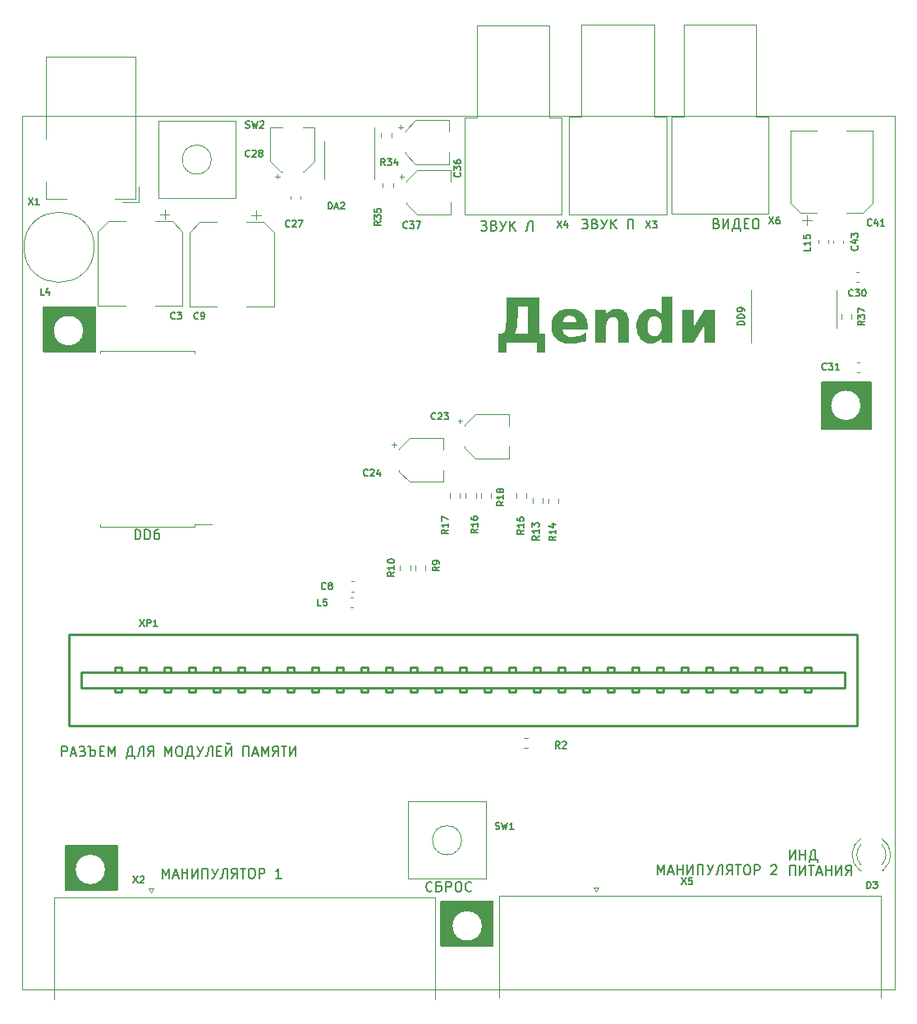
<source format=gto>
%TF.GenerationSoftware,KiCad,Pcbnew,8.0.7-1.fc39*%
%TF.CreationDate,2025-01-27T15:10:01+03:00*%
%TF.ProjectId,rev.1_f,7265762e-315f-4662-9e6b-696361645f70,rev?*%
%TF.SameCoordinates,Original*%
%TF.FileFunction,Legend,Top*%
%TF.FilePolarity,Positive*%
%FSLAX46Y46*%
G04 Gerber Fmt 4.6, Leading zero omitted, Abs format (unit mm)*
G04 Created by KiCad (PCBNEW 8.0.7-1.fc39) date 2025-01-27 15:10:01*
%MOMM*%
%LPD*%
G01*
G04 APERTURE LIST*
%ADD10C,0.150000*%
%ADD11C,0.200000*%
%ADD12C,0.120000*%
%ADD13C,0.100000*%
%ADD14C,0.254000*%
%TA.AperFunction,Profile*%
%ADD15C,0.200000*%
%TD*%
%TA.AperFunction,Profile*%
%ADD16C,0.100000*%
%TD*%
G04 APERTURE END LIST*
D10*
X147403207Y-133974580D02*
X147355588Y-134022200D01*
X147355588Y-134022200D02*
X147212731Y-134069819D01*
X147212731Y-134069819D02*
X147117493Y-134069819D01*
X147117493Y-134069819D02*
X146974636Y-134022200D01*
X146974636Y-134022200D02*
X146879398Y-133926961D01*
X146879398Y-133926961D02*
X146831779Y-133831723D01*
X146831779Y-133831723D02*
X146784160Y-133641247D01*
X146784160Y-133641247D02*
X146784160Y-133498390D01*
X146784160Y-133498390D02*
X146831779Y-133307914D01*
X146831779Y-133307914D02*
X146879398Y-133212676D01*
X146879398Y-133212676D02*
X146974636Y-133117438D01*
X146974636Y-133117438D02*
X147117493Y-133069819D01*
X147117493Y-133069819D02*
X147212731Y-133069819D01*
X147212731Y-133069819D02*
X147355588Y-133117438D01*
X147355588Y-133117438D02*
X147403207Y-133165057D01*
X148307969Y-133069819D02*
X147831779Y-133069819D01*
X147831779Y-133069819D02*
X147831779Y-134069819D01*
X147831779Y-134069819D02*
X148117493Y-134069819D01*
X148117493Y-134069819D02*
X148260350Y-134022200D01*
X148260350Y-134022200D02*
X148355588Y-133926961D01*
X148355588Y-133926961D02*
X148403207Y-133831723D01*
X148403207Y-133831723D02*
X148403207Y-133688866D01*
X148403207Y-133688866D02*
X148355588Y-133593628D01*
X148355588Y-133593628D02*
X148260350Y-133498390D01*
X148260350Y-133498390D02*
X148117493Y-133450771D01*
X148117493Y-133450771D02*
X147831779Y-133450771D01*
X148831779Y-134069819D02*
X148831779Y-133069819D01*
X148831779Y-133069819D02*
X149212731Y-133069819D01*
X149212731Y-133069819D02*
X149307969Y-133117438D01*
X149307969Y-133117438D02*
X149355588Y-133165057D01*
X149355588Y-133165057D02*
X149403207Y-133260295D01*
X149403207Y-133260295D02*
X149403207Y-133403152D01*
X149403207Y-133403152D02*
X149355588Y-133498390D01*
X149355588Y-133498390D02*
X149307969Y-133546009D01*
X149307969Y-133546009D02*
X149212731Y-133593628D01*
X149212731Y-133593628D02*
X148831779Y-133593628D01*
X150022255Y-133069819D02*
X150212731Y-133069819D01*
X150212731Y-133069819D02*
X150307969Y-133117438D01*
X150307969Y-133117438D02*
X150403207Y-133212676D01*
X150403207Y-133212676D02*
X150450826Y-133403152D01*
X150450826Y-133403152D02*
X150450826Y-133736485D01*
X150450826Y-133736485D02*
X150403207Y-133926961D01*
X150403207Y-133926961D02*
X150307969Y-134022200D01*
X150307969Y-134022200D02*
X150212731Y-134069819D01*
X150212731Y-134069819D02*
X150022255Y-134069819D01*
X150022255Y-134069819D02*
X149927017Y-134022200D01*
X149927017Y-134022200D02*
X149831779Y-133926961D01*
X149831779Y-133926961D02*
X149784160Y-133736485D01*
X149784160Y-133736485D02*
X149784160Y-133403152D01*
X149784160Y-133403152D02*
X149831779Y-133212676D01*
X149831779Y-133212676D02*
X149927017Y-133117438D01*
X149927017Y-133117438D02*
X150022255Y-133069819D01*
X151450826Y-133974580D02*
X151403207Y-134022200D01*
X151403207Y-134022200D02*
X151260350Y-134069819D01*
X151260350Y-134069819D02*
X151165112Y-134069819D01*
X151165112Y-134069819D02*
X151022255Y-134022200D01*
X151022255Y-134022200D02*
X150927017Y-133926961D01*
X150927017Y-133926961D02*
X150879398Y-133831723D01*
X150879398Y-133831723D02*
X150831779Y-133641247D01*
X150831779Y-133641247D02*
X150831779Y-133498390D01*
X150831779Y-133498390D02*
X150879398Y-133307914D01*
X150879398Y-133307914D02*
X150927017Y-133212676D01*
X150927017Y-133212676D02*
X151022255Y-133117438D01*
X151022255Y-133117438D02*
X151165112Y-133069819D01*
X151165112Y-133069819D02*
X151260350Y-133069819D01*
X151260350Y-133069819D02*
X151403207Y-133117438D01*
X151403207Y-133117438D02*
X151450826Y-133165057D01*
X109216779Y-120109819D02*
X109216779Y-119109819D01*
X109216779Y-119109819D02*
X109597731Y-119109819D01*
X109597731Y-119109819D02*
X109692969Y-119157438D01*
X109692969Y-119157438D02*
X109740588Y-119205057D01*
X109740588Y-119205057D02*
X109788207Y-119300295D01*
X109788207Y-119300295D02*
X109788207Y-119443152D01*
X109788207Y-119443152D02*
X109740588Y-119538390D01*
X109740588Y-119538390D02*
X109692969Y-119586009D01*
X109692969Y-119586009D02*
X109597731Y-119633628D01*
X109597731Y-119633628D02*
X109216779Y-119633628D01*
X110169160Y-119824104D02*
X110645350Y-119824104D01*
X110073922Y-120109819D02*
X110407255Y-119109819D01*
X110407255Y-119109819D02*
X110740588Y-120109819D01*
X111169160Y-119586009D02*
X111359636Y-119586009D01*
X111026303Y-119157438D02*
X111121541Y-119109819D01*
X111121541Y-119109819D02*
X111359636Y-119109819D01*
X111359636Y-119109819D02*
X111454874Y-119157438D01*
X111454874Y-119157438D02*
X111502493Y-119205057D01*
X111502493Y-119205057D02*
X111550112Y-119300295D01*
X111550112Y-119300295D02*
X111550112Y-119395533D01*
X111550112Y-119395533D02*
X111502493Y-119490771D01*
X111502493Y-119490771D02*
X111454874Y-119538390D01*
X111454874Y-119538390D02*
X111359636Y-119586009D01*
X111359636Y-119586009D02*
X111502493Y-119633628D01*
X111502493Y-119633628D02*
X111550112Y-119681247D01*
X111550112Y-119681247D02*
X111597731Y-119776485D01*
X111597731Y-119776485D02*
X111597731Y-119919342D01*
X111597731Y-119919342D02*
X111550112Y-120014580D01*
X111550112Y-120014580D02*
X111502493Y-120062200D01*
X111502493Y-120062200D02*
X111407255Y-120109819D01*
X111407255Y-120109819D02*
X111121541Y-120109819D01*
X111121541Y-120109819D02*
X111026303Y-120062200D01*
X111883446Y-119109819D02*
X112121541Y-119109819D01*
X112121541Y-119109819D02*
X112121541Y-120109819D01*
X112121541Y-120109819D02*
X112407255Y-120109819D01*
X112407255Y-120109819D02*
X112550112Y-120062200D01*
X112550112Y-120062200D02*
X112645350Y-119966961D01*
X112645350Y-119966961D02*
X112692969Y-119871723D01*
X112692969Y-119871723D02*
X112692969Y-119728866D01*
X112692969Y-119728866D02*
X112645350Y-119633628D01*
X112645350Y-119633628D02*
X112550112Y-119538390D01*
X112550112Y-119538390D02*
X112407255Y-119490771D01*
X112407255Y-119490771D02*
X112121541Y-119490771D01*
X113121541Y-119586009D02*
X113454874Y-119586009D01*
X113597731Y-120109819D02*
X113121541Y-120109819D01*
X113121541Y-120109819D02*
X113121541Y-119109819D01*
X113121541Y-119109819D02*
X113597731Y-119109819D01*
X114026303Y-120109819D02*
X114026303Y-119109819D01*
X114026303Y-119109819D02*
X114359636Y-119824104D01*
X114359636Y-119824104D02*
X114692969Y-119109819D01*
X114692969Y-119109819D02*
X114692969Y-120109819D01*
X116692970Y-120347914D02*
X116692970Y-120109819D01*
X116692970Y-120109819D02*
X115835827Y-120109819D01*
X115835827Y-120109819D02*
X115835827Y-120347914D01*
X116502493Y-120109819D02*
X116502493Y-119109819D01*
X116502493Y-119109819D02*
X116264398Y-119109819D01*
X116264398Y-119109819D02*
X116169160Y-119157438D01*
X116169160Y-119157438D02*
X116121541Y-119205057D01*
X116121541Y-119205057D02*
X116073922Y-119300295D01*
X116073922Y-119300295D02*
X115978684Y-120109819D01*
X117645350Y-120109819D02*
X117645350Y-119109819D01*
X117645350Y-119109819D02*
X117502493Y-119109819D01*
X117502493Y-119109819D02*
X117359636Y-119157438D01*
X117359636Y-119157438D02*
X117264398Y-119252676D01*
X117264398Y-119252676D02*
X117216779Y-119395533D01*
X117216779Y-119395533D02*
X117121541Y-119966961D01*
X117121541Y-119966961D02*
X117073922Y-120062200D01*
X117073922Y-120062200D02*
X116978684Y-120109819D01*
X116978684Y-120109819D02*
X116931065Y-120109819D01*
X118407255Y-119633628D02*
X118073922Y-120109819D01*
X118645350Y-120109819D02*
X118645350Y-119109819D01*
X118645350Y-119109819D02*
X118264398Y-119109819D01*
X118264398Y-119109819D02*
X118169160Y-119157438D01*
X118169160Y-119157438D02*
X118121541Y-119205057D01*
X118121541Y-119205057D02*
X118073922Y-119300295D01*
X118073922Y-119300295D02*
X118073922Y-119443152D01*
X118073922Y-119443152D02*
X118121541Y-119538390D01*
X118121541Y-119538390D02*
X118169160Y-119586009D01*
X118169160Y-119586009D02*
X118264398Y-119633628D01*
X118264398Y-119633628D02*
X118645350Y-119633628D01*
X119883446Y-120109819D02*
X119883446Y-119109819D01*
X119883446Y-119109819D02*
X120216779Y-119824104D01*
X120216779Y-119824104D02*
X120550112Y-119109819D01*
X120550112Y-119109819D02*
X120550112Y-120109819D01*
X121216779Y-119109819D02*
X121407255Y-119109819D01*
X121407255Y-119109819D02*
X121502493Y-119157438D01*
X121502493Y-119157438D02*
X121597731Y-119252676D01*
X121597731Y-119252676D02*
X121645350Y-119443152D01*
X121645350Y-119443152D02*
X121645350Y-119776485D01*
X121645350Y-119776485D02*
X121597731Y-119966961D01*
X121597731Y-119966961D02*
X121502493Y-120062200D01*
X121502493Y-120062200D02*
X121407255Y-120109819D01*
X121407255Y-120109819D02*
X121216779Y-120109819D01*
X121216779Y-120109819D02*
X121121541Y-120062200D01*
X121121541Y-120062200D02*
X121026303Y-119966961D01*
X121026303Y-119966961D02*
X120978684Y-119776485D01*
X120978684Y-119776485D02*
X120978684Y-119443152D01*
X120978684Y-119443152D02*
X121026303Y-119252676D01*
X121026303Y-119252676D02*
X121121541Y-119157438D01*
X121121541Y-119157438D02*
X121216779Y-119109819D01*
X122835827Y-120347914D02*
X122835827Y-120109819D01*
X122835827Y-120109819D02*
X121978684Y-120109819D01*
X121978684Y-120109819D02*
X121978684Y-120347914D01*
X122645350Y-120109819D02*
X122645350Y-119109819D01*
X122645350Y-119109819D02*
X122407255Y-119109819D01*
X122407255Y-119109819D02*
X122312017Y-119157438D01*
X122312017Y-119157438D02*
X122264398Y-119205057D01*
X122264398Y-119205057D02*
X122216779Y-119300295D01*
X122216779Y-119300295D02*
X122121541Y-120109819D01*
X123169160Y-119109819D02*
X123502493Y-119776485D01*
X123835826Y-119109819D02*
X123407255Y-119966961D01*
X123407255Y-119966961D02*
X123312017Y-120062200D01*
X123312017Y-120062200D02*
X123216779Y-120109819D01*
X123216779Y-120109819D02*
X123169160Y-120109819D01*
X124740588Y-120109819D02*
X124740588Y-119109819D01*
X124740588Y-119109819D02*
X124597731Y-119109819D01*
X124597731Y-119109819D02*
X124454874Y-119157438D01*
X124454874Y-119157438D02*
X124359636Y-119252676D01*
X124359636Y-119252676D02*
X124312017Y-119395533D01*
X124312017Y-119395533D02*
X124216779Y-119966961D01*
X124216779Y-119966961D02*
X124169160Y-120062200D01*
X124169160Y-120062200D02*
X124073922Y-120109819D01*
X124073922Y-120109819D02*
X124026303Y-120109819D01*
X125216779Y-119586009D02*
X125550112Y-119586009D01*
X125692969Y-120109819D02*
X125216779Y-120109819D01*
X125216779Y-120109819D02*
X125216779Y-119109819D01*
X125216779Y-119109819D02*
X125692969Y-119109819D01*
X126121541Y-119109819D02*
X126121541Y-120109819D01*
X126121541Y-120109819D02*
X126692969Y-119109819D01*
X126692969Y-119109819D02*
X126692969Y-120109819D01*
X126216779Y-118728866D02*
X126264398Y-118824104D01*
X126264398Y-118824104D02*
X126359636Y-118871723D01*
X126359636Y-118871723D02*
X126454874Y-118871723D01*
X126454874Y-118871723D02*
X126550112Y-118824104D01*
X126550112Y-118824104D02*
X126597731Y-118728866D01*
X127931065Y-120109819D02*
X127931065Y-119109819D01*
X127931065Y-119109819D02*
X128502493Y-119109819D01*
X128502493Y-119109819D02*
X128502493Y-120109819D01*
X128931065Y-119824104D02*
X129407255Y-119824104D01*
X128835827Y-120109819D02*
X129169160Y-119109819D01*
X129169160Y-119109819D02*
X129502493Y-120109819D01*
X129835827Y-120109819D02*
X129835827Y-119109819D01*
X129835827Y-119109819D02*
X130169160Y-119824104D01*
X130169160Y-119824104D02*
X130502493Y-119109819D01*
X130502493Y-119109819D02*
X130502493Y-120109819D01*
X131264398Y-119633628D02*
X130931065Y-120109819D01*
X131502493Y-120109819D02*
X131502493Y-119109819D01*
X131502493Y-119109819D02*
X131121541Y-119109819D01*
X131121541Y-119109819D02*
X131026303Y-119157438D01*
X131026303Y-119157438D02*
X130978684Y-119205057D01*
X130978684Y-119205057D02*
X130931065Y-119300295D01*
X130931065Y-119300295D02*
X130931065Y-119443152D01*
X130931065Y-119443152D02*
X130978684Y-119538390D01*
X130978684Y-119538390D02*
X131026303Y-119586009D01*
X131026303Y-119586009D02*
X131121541Y-119633628D01*
X131121541Y-119633628D02*
X131502493Y-119633628D01*
X131835827Y-119109819D02*
X132407255Y-119109819D01*
X132121541Y-120109819D02*
X132121541Y-119109819D01*
X132740589Y-119109819D02*
X132740589Y-120109819D01*
X132740589Y-120109819D02*
X133312017Y-119109819D01*
X133312017Y-119109819D02*
X133312017Y-120109819D01*
X152597017Y-65446009D02*
X152787493Y-65446009D01*
X152454160Y-65017438D02*
X152549398Y-64969819D01*
X152549398Y-64969819D02*
X152787493Y-64969819D01*
X152787493Y-64969819D02*
X152882731Y-65017438D01*
X152882731Y-65017438D02*
X152930350Y-65065057D01*
X152930350Y-65065057D02*
X152977969Y-65160295D01*
X152977969Y-65160295D02*
X152977969Y-65255533D01*
X152977969Y-65255533D02*
X152930350Y-65350771D01*
X152930350Y-65350771D02*
X152882731Y-65398390D01*
X152882731Y-65398390D02*
X152787493Y-65446009D01*
X152787493Y-65446009D02*
X152930350Y-65493628D01*
X152930350Y-65493628D02*
X152977969Y-65541247D01*
X152977969Y-65541247D02*
X153025588Y-65636485D01*
X153025588Y-65636485D02*
X153025588Y-65779342D01*
X153025588Y-65779342D02*
X152977969Y-65874580D01*
X152977969Y-65874580D02*
X152930350Y-65922200D01*
X152930350Y-65922200D02*
X152835112Y-65969819D01*
X152835112Y-65969819D02*
X152549398Y-65969819D01*
X152549398Y-65969819D02*
X152454160Y-65922200D01*
X153787493Y-65446009D02*
X153930350Y-65493628D01*
X153930350Y-65493628D02*
X153977969Y-65541247D01*
X153977969Y-65541247D02*
X154025588Y-65636485D01*
X154025588Y-65636485D02*
X154025588Y-65779342D01*
X154025588Y-65779342D02*
X153977969Y-65874580D01*
X153977969Y-65874580D02*
X153930350Y-65922200D01*
X153930350Y-65922200D02*
X153835112Y-65969819D01*
X153835112Y-65969819D02*
X153454160Y-65969819D01*
X153454160Y-65969819D02*
X153454160Y-64969819D01*
X153454160Y-64969819D02*
X153787493Y-64969819D01*
X153787493Y-64969819D02*
X153882731Y-65017438D01*
X153882731Y-65017438D02*
X153930350Y-65065057D01*
X153930350Y-65065057D02*
X153977969Y-65160295D01*
X153977969Y-65160295D02*
X153977969Y-65255533D01*
X153977969Y-65255533D02*
X153930350Y-65350771D01*
X153930350Y-65350771D02*
X153882731Y-65398390D01*
X153882731Y-65398390D02*
X153787493Y-65446009D01*
X153787493Y-65446009D02*
X153454160Y-65446009D01*
X154406541Y-64969819D02*
X154739874Y-65636485D01*
X155073207Y-64969819D02*
X154644636Y-65826961D01*
X154644636Y-65826961D02*
X154549398Y-65922200D01*
X154549398Y-65922200D02*
X154454160Y-65969819D01*
X154454160Y-65969819D02*
X154406541Y-65969819D01*
X155406541Y-65969819D02*
X155406541Y-64969819D01*
X155977969Y-65969819D02*
X155549398Y-65398390D01*
X155977969Y-64969819D02*
X155406541Y-65541247D01*
X157739874Y-65969819D02*
X157739874Y-64969819D01*
X157739874Y-64969819D02*
X157597017Y-64969819D01*
X157597017Y-64969819D02*
X157454160Y-65017438D01*
X157454160Y-65017438D02*
X157358922Y-65112676D01*
X157358922Y-65112676D02*
X157311303Y-65255533D01*
X157311303Y-65255533D02*
X157216065Y-65826961D01*
X157216065Y-65826961D02*
X157168446Y-65922200D01*
X157168446Y-65922200D02*
X157073208Y-65969819D01*
X157073208Y-65969819D02*
X157025589Y-65969819D01*
X119601779Y-132679819D02*
X119601779Y-131679819D01*
X119601779Y-131679819D02*
X119935112Y-132394104D01*
X119935112Y-132394104D02*
X120268445Y-131679819D01*
X120268445Y-131679819D02*
X120268445Y-132679819D01*
X120697017Y-132394104D02*
X121173207Y-132394104D01*
X120601779Y-132679819D02*
X120935112Y-131679819D01*
X120935112Y-131679819D02*
X121268445Y-132679819D01*
X121601779Y-132679819D02*
X121601779Y-131679819D01*
X121601779Y-132156009D02*
X122173207Y-132156009D01*
X122173207Y-132679819D02*
X122173207Y-131679819D01*
X122649398Y-131679819D02*
X122649398Y-132679819D01*
X122649398Y-132679819D02*
X123220826Y-131679819D01*
X123220826Y-131679819D02*
X123220826Y-132679819D01*
X123697017Y-132679819D02*
X123697017Y-131679819D01*
X123697017Y-131679819D02*
X124268445Y-131679819D01*
X124268445Y-131679819D02*
X124268445Y-132679819D01*
X124697017Y-131679819D02*
X125030350Y-132346485D01*
X125363683Y-131679819D02*
X124935112Y-132536961D01*
X124935112Y-132536961D02*
X124839874Y-132632200D01*
X124839874Y-132632200D02*
X124744636Y-132679819D01*
X124744636Y-132679819D02*
X124697017Y-132679819D01*
X126268445Y-132679819D02*
X126268445Y-131679819D01*
X126268445Y-131679819D02*
X126125588Y-131679819D01*
X126125588Y-131679819D02*
X125982731Y-131727438D01*
X125982731Y-131727438D02*
X125887493Y-131822676D01*
X125887493Y-131822676D02*
X125839874Y-131965533D01*
X125839874Y-131965533D02*
X125744636Y-132536961D01*
X125744636Y-132536961D02*
X125697017Y-132632200D01*
X125697017Y-132632200D02*
X125601779Y-132679819D01*
X125601779Y-132679819D02*
X125554160Y-132679819D01*
X127030350Y-132203628D02*
X126697017Y-132679819D01*
X127268445Y-132679819D02*
X127268445Y-131679819D01*
X127268445Y-131679819D02*
X126887493Y-131679819D01*
X126887493Y-131679819D02*
X126792255Y-131727438D01*
X126792255Y-131727438D02*
X126744636Y-131775057D01*
X126744636Y-131775057D02*
X126697017Y-131870295D01*
X126697017Y-131870295D02*
X126697017Y-132013152D01*
X126697017Y-132013152D02*
X126744636Y-132108390D01*
X126744636Y-132108390D02*
X126792255Y-132156009D01*
X126792255Y-132156009D02*
X126887493Y-132203628D01*
X126887493Y-132203628D02*
X127268445Y-132203628D01*
X127601779Y-131679819D02*
X128173207Y-131679819D01*
X127887493Y-132679819D02*
X127887493Y-131679819D01*
X128697017Y-131679819D02*
X128887493Y-131679819D01*
X128887493Y-131679819D02*
X128982731Y-131727438D01*
X128982731Y-131727438D02*
X129077969Y-131822676D01*
X129077969Y-131822676D02*
X129125588Y-132013152D01*
X129125588Y-132013152D02*
X129125588Y-132346485D01*
X129125588Y-132346485D02*
X129077969Y-132536961D01*
X129077969Y-132536961D02*
X128982731Y-132632200D01*
X128982731Y-132632200D02*
X128887493Y-132679819D01*
X128887493Y-132679819D02*
X128697017Y-132679819D01*
X128697017Y-132679819D02*
X128601779Y-132632200D01*
X128601779Y-132632200D02*
X128506541Y-132536961D01*
X128506541Y-132536961D02*
X128458922Y-132346485D01*
X128458922Y-132346485D02*
X128458922Y-132013152D01*
X128458922Y-132013152D02*
X128506541Y-131822676D01*
X128506541Y-131822676D02*
X128601779Y-131727438D01*
X128601779Y-131727438D02*
X128697017Y-131679819D01*
X129554160Y-132679819D02*
X129554160Y-131679819D01*
X129554160Y-131679819D02*
X129935112Y-131679819D01*
X129935112Y-131679819D02*
X130030350Y-131727438D01*
X130030350Y-131727438D02*
X130077969Y-131775057D01*
X130077969Y-131775057D02*
X130125588Y-131870295D01*
X130125588Y-131870295D02*
X130125588Y-132013152D01*
X130125588Y-132013152D02*
X130077969Y-132108390D01*
X130077969Y-132108390D02*
X130030350Y-132156009D01*
X130030350Y-132156009D02*
X129935112Y-132203628D01*
X129935112Y-132203628D02*
X129554160Y-132203628D01*
X131839874Y-132679819D02*
X131268446Y-132679819D01*
X131554160Y-132679819D02*
X131554160Y-131679819D01*
X131554160Y-131679819D02*
X131458922Y-131822676D01*
X131458922Y-131822676D02*
X131363684Y-131917914D01*
X131363684Y-131917914D02*
X131268446Y-131965533D01*
X176725112Y-65246009D02*
X176867969Y-65293628D01*
X176867969Y-65293628D02*
X176915588Y-65341247D01*
X176915588Y-65341247D02*
X176963207Y-65436485D01*
X176963207Y-65436485D02*
X176963207Y-65579342D01*
X176963207Y-65579342D02*
X176915588Y-65674580D01*
X176915588Y-65674580D02*
X176867969Y-65722200D01*
X176867969Y-65722200D02*
X176772731Y-65769819D01*
X176772731Y-65769819D02*
X176391779Y-65769819D01*
X176391779Y-65769819D02*
X176391779Y-64769819D01*
X176391779Y-64769819D02*
X176725112Y-64769819D01*
X176725112Y-64769819D02*
X176820350Y-64817438D01*
X176820350Y-64817438D02*
X176867969Y-64865057D01*
X176867969Y-64865057D02*
X176915588Y-64960295D01*
X176915588Y-64960295D02*
X176915588Y-65055533D01*
X176915588Y-65055533D02*
X176867969Y-65150771D01*
X176867969Y-65150771D02*
X176820350Y-65198390D01*
X176820350Y-65198390D02*
X176725112Y-65246009D01*
X176725112Y-65246009D02*
X176391779Y-65246009D01*
X177391779Y-64769819D02*
X177391779Y-65769819D01*
X177391779Y-65769819D02*
X177963207Y-64769819D01*
X177963207Y-64769819D02*
X177963207Y-65769819D01*
X179201303Y-66007914D02*
X179201303Y-65769819D01*
X179201303Y-65769819D02*
X178344160Y-65769819D01*
X178344160Y-65769819D02*
X178344160Y-66007914D01*
X179010826Y-65769819D02*
X179010826Y-64769819D01*
X179010826Y-64769819D02*
X178772731Y-64769819D01*
X178772731Y-64769819D02*
X178677493Y-64817438D01*
X178677493Y-64817438D02*
X178629874Y-64865057D01*
X178629874Y-64865057D02*
X178582255Y-64960295D01*
X178582255Y-64960295D02*
X178487017Y-65769819D01*
X179582255Y-65246009D02*
X179915588Y-65246009D01*
X180058445Y-65769819D02*
X179582255Y-65769819D01*
X179582255Y-65769819D02*
X179582255Y-64769819D01*
X179582255Y-64769819D02*
X180058445Y-64769819D01*
X180677493Y-64769819D02*
X180867969Y-64769819D01*
X180867969Y-64769819D02*
X180963207Y-64817438D01*
X180963207Y-64817438D02*
X181058445Y-64912676D01*
X181058445Y-64912676D02*
X181106064Y-65103152D01*
X181106064Y-65103152D02*
X181106064Y-65436485D01*
X181106064Y-65436485D02*
X181058445Y-65626961D01*
X181058445Y-65626961D02*
X180963207Y-65722200D01*
X180963207Y-65722200D02*
X180867969Y-65769819D01*
X180867969Y-65769819D02*
X180677493Y-65769819D01*
X180677493Y-65769819D02*
X180582255Y-65722200D01*
X180582255Y-65722200D02*
X180487017Y-65626961D01*
X180487017Y-65626961D02*
X180439398Y-65436485D01*
X180439398Y-65436485D02*
X180439398Y-65103152D01*
X180439398Y-65103152D02*
X180487017Y-64912676D01*
X180487017Y-64912676D02*
X180582255Y-64817438D01*
X180582255Y-64817438D02*
X180677493Y-64769819D01*
X184271779Y-129769875D02*
X184271779Y-130769875D01*
X184271779Y-130769875D02*
X184843207Y-129769875D01*
X184843207Y-129769875D02*
X184843207Y-130769875D01*
X185319398Y-130769875D02*
X185319398Y-129769875D01*
X185319398Y-130246065D02*
X185890826Y-130246065D01*
X185890826Y-130769875D02*
X185890826Y-129769875D01*
X187128922Y-131007970D02*
X187128922Y-130769875D01*
X187128922Y-130769875D02*
X186271779Y-130769875D01*
X186271779Y-130769875D02*
X186271779Y-131007970D01*
X186938445Y-130769875D02*
X186938445Y-129769875D01*
X186938445Y-129769875D02*
X186700350Y-129769875D01*
X186700350Y-129769875D02*
X186605112Y-129817494D01*
X186605112Y-129817494D02*
X186557493Y-129865113D01*
X186557493Y-129865113D02*
X186509874Y-129960351D01*
X186509874Y-129960351D02*
X186414636Y-130769875D01*
X184271779Y-132379819D02*
X184271779Y-131379819D01*
X184271779Y-131379819D02*
X184843207Y-131379819D01*
X184843207Y-131379819D02*
X184843207Y-132379819D01*
X185319398Y-131379819D02*
X185319398Y-132379819D01*
X185319398Y-132379819D02*
X185890826Y-131379819D01*
X185890826Y-131379819D02*
X185890826Y-132379819D01*
X186224160Y-131379819D02*
X186795588Y-131379819D01*
X186509874Y-132379819D02*
X186509874Y-131379819D01*
X187081303Y-132094104D02*
X187557493Y-132094104D01*
X186986065Y-132379819D02*
X187319398Y-131379819D01*
X187319398Y-131379819D02*
X187652731Y-132379819D01*
X187986065Y-132379819D02*
X187986065Y-131379819D01*
X187986065Y-131856009D02*
X188557493Y-131856009D01*
X188557493Y-132379819D02*
X188557493Y-131379819D01*
X189033684Y-131379819D02*
X189033684Y-132379819D01*
X189033684Y-132379819D02*
X189605112Y-131379819D01*
X189605112Y-131379819D02*
X189605112Y-132379819D01*
X190367017Y-131903628D02*
X190033684Y-132379819D01*
X190605112Y-132379819D02*
X190605112Y-131379819D01*
X190605112Y-131379819D02*
X190224160Y-131379819D01*
X190224160Y-131379819D02*
X190128922Y-131427438D01*
X190128922Y-131427438D02*
X190081303Y-131475057D01*
X190081303Y-131475057D02*
X190033684Y-131570295D01*
X190033684Y-131570295D02*
X190033684Y-131713152D01*
X190033684Y-131713152D02*
X190081303Y-131808390D01*
X190081303Y-131808390D02*
X190128922Y-131856009D01*
X190128922Y-131856009D02*
X190224160Y-131903628D01*
X190224160Y-131903628D02*
X190605112Y-131903628D01*
X163007017Y-65256009D02*
X163197493Y-65256009D01*
X162864160Y-64827438D02*
X162959398Y-64779819D01*
X162959398Y-64779819D02*
X163197493Y-64779819D01*
X163197493Y-64779819D02*
X163292731Y-64827438D01*
X163292731Y-64827438D02*
X163340350Y-64875057D01*
X163340350Y-64875057D02*
X163387969Y-64970295D01*
X163387969Y-64970295D02*
X163387969Y-65065533D01*
X163387969Y-65065533D02*
X163340350Y-65160771D01*
X163340350Y-65160771D02*
X163292731Y-65208390D01*
X163292731Y-65208390D02*
X163197493Y-65256009D01*
X163197493Y-65256009D02*
X163340350Y-65303628D01*
X163340350Y-65303628D02*
X163387969Y-65351247D01*
X163387969Y-65351247D02*
X163435588Y-65446485D01*
X163435588Y-65446485D02*
X163435588Y-65589342D01*
X163435588Y-65589342D02*
X163387969Y-65684580D01*
X163387969Y-65684580D02*
X163340350Y-65732200D01*
X163340350Y-65732200D02*
X163245112Y-65779819D01*
X163245112Y-65779819D02*
X162959398Y-65779819D01*
X162959398Y-65779819D02*
X162864160Y-65732200D01*
X164197493Y-65256009D02*
X164340350Y-65303628D01*
X164340350Y-65303628D02*
X164387969Y-65351247D01*
X164387969Y-65351247D02*
X164435588Y-65446485D01*
X164435588Y-65446485D02*
X164435588Y-65589342D01*
X164435588Y-65589342D02*
X164387969Y-65684580D01*
X164387969Y-65684580D02*
X164340350Y-65732200D01*
X164340350Y-65732200D02*
X164245112Y-65779819D01*
X164245112Y-65779819D02*
X163864160Y-65779819D01*
X163864160Y-65779819D02*
X163864160Y-64779819D01*
X163864160Y-64779819D02*
X164197493Y-64779819D01*
X164197493Y-64779819D02*
X164292731Y-64827438D01*
X164292731Y-64827438D02*
X164340350Y-64875057D01*
X164340350Y-64875057D02*
X164387969Y-64970295D01*
X164387969Y-64970295D02*
X164387969Y-65065533D01*
X164387969Y-65065533D02*
X164340350Y-65160771D01*
X164340350Y-65160771D02*
X164292731Y-65208390D01*
X164292731Y-65208390D02*
X164197493Y-65256009D01*
X164197493Y-65256009D02*
X163864160Y-65256009D01*
X164816541Y-64779819D02*
X165149874Y-65446485D01*
X165483207Y-64779819D02*
X165054636Y-65636961D01*
X165054636Y-65636961D02*
X164959398Y-65732200D01*
X164959398Y-65732200D02*
X164864160Y-65779819D01*
X164864160Y-65779819D02*
X164816541Y-65779819D01*
X165816541Y-65779819D02*
X165816541Y-64779819D01*
X166387969Y-65779819D02*
X165959398Y-65208390D01*
X166387969Y-64779819D02*
X165816541Y-65351247D01*
X167578446Y-65779819D02*
X167578446Y-64779819D01*
X167578446Y-64779819D02*
X168149874Y-64779819D01*
X168149874Y-64779819D02*
X168149874Y-65779819D01*
X170681779Y-132319819D02*
X170681779Y-131319819D01*
X170681779Y-131319819D02*
X171015112Y-132034104D01*
X171015112Y-132034104D02*
X171348445Y-131319819D01*
X171348445Y-131319819D02*
X171348445Y-132319819D01*
X171777017Y-132034104D02*
X172253207Y-132034104D01*
X171681779Y-132319819D02*
X172015112Y-131319819D01*
X172015112Y-131319819D02*
X172348445Y-132319819D01*
X172681779Y-132319819D02*
X172681779Y-131319819D01*
X172681779Y-131796009D02*
X173253207Y-131796009D01*
X173253207Y-132319819D02*
X173253207Y-131319819D01*
X173729398Y-131319819D02*
X173729398Y-132319819D01*
X173729398Y-132319819D02*
X174300826Y-131319819D01*
X174300826Y-131319819D02*
X174300826Y-132319819D01*
X174777017Y-132319819D02*
X174777017Y-131319819D01*
X174777017Y-131319819D02*
X175348445Y-131319819D01*
X175348445Y-131319819D02*
X175348445Y-132319819D01*
X175777017Y-131319819D02*
X176110350Y-131986485D01*
X176443683Y-131319819D02*
X176015112Y-132176961D01*
X176015112Y-132176961D02*
X175919874Y-132272200D01*
X175919874Y-132272200D02*
X175824636Y-132319819D01*
X175824636Y-132319819D02*
X175777017Y-132319819D01*
X177348445Y-132319819D02*
X177348445Y-131319819D01*
X177348445Y-131319819D02*
X177205588Y-131319819D01*
X177205588Y-131319819D02*
X177062731Y-131367438D01*
X177062731Y-131367438D02*
X176967493Y-131462676D01*
X176967493Y-131462676D02*
X176919874Y-131605533D01*
X176919874Y-131605533D02*
X176824636Y-132176961D01*
X176824636Y-132176961D02*
X176777017Y-132272200D01*
X176777017Y-132272200D02*
X176681779Y-132319819D01*
X176681779Y-132319819D02*
X176634160Y-132319819D01*
X178110350Y-131843628D02*
X177777017Y-132319819D01*
X178348445Y-132319819D02*
X178348445Y-131319819D01*
X178348445Y-131319819D02*
X177967493Y-131319819D01*
X177967493Y-131319819D02*
X177872255Y-131367438D01*
X177872255Y-131367438D02*
X177824636Y-131415057D01*
X177824636Y-131415057D02*
X177777017Y-131510295D01*
X177777017Y-131510295D02*
X177777017Y-131653152D01*
X177777017Y-131653152D02*
X177824636Y-131748390D01*
X177824636Y-131748390D02*
X177872255Y-131796009D01*
X177872255Y-131796009D02*
X177967493Y-131843628D01*
X177967493Y-131843628D02*
X178348445Y-131843628D01*
X178681779Y-131319819D02*
X179253207Y-131319819D01*
X178967493Y-132319819D02*
X178967493Y-131319819D01*
X179777017Y-131319819D02*
X179967493Y-131319819D01*
X179967493Y-131319819D02*
X180062731Y-131367438D01*
X180062731Y-131367438D02*
X180157969Y-131462676D01*
X180157969Y-131462676D02*
X180205588Y-131653152D01*
X180205588Y-131653152D02*
X180205588Y-131986485D01*
X180205588Y-131986485D02*
X180157969Y-132176961D01*
X180157969Y-132176961D02*
X180062731Y-132272200D01*
X180062731Y-132272200D02*
X179967493Y-132319819D01*
X179967493Y-132319819D02*
X179777017Y-132319819D01*
X179777017Y-132319819D02*
X179681779Y-132272200D01*
X179681779Y-132272200D02*
X179586541Y-132176961D01*
X179586541Y-132176961D02*
X179538922Y-131986485D01*
X179538922Y-131986485D02*
X179538922Y-131653152D01*
X179538922Y-131653152D02*
X179586541Y-131462676D01*
X179586541Y-131462676D02*
X179681779Y-131367438D01*
X179681779Y-131367438D02*
X179777017Y-131319819D01*
X180634160Y-132319819D02*
X180634160Y-131319819D01*
X180634160Y-131319819D02*
X181015112Y-131319819D01*
X181015112Y-131319819D02*
X181110350Y-131367438D01*
X181110350Y-131367438D02*
X181157969Y-131415057D01*
X181157969Y-131415057D02*
X181205588Y-131510295D01*
X181205588Y-131510295D02*
X181205588Y-131653152D01*
X181205588Y-131653152D02*
X181157969Y-131748390D01*
X181157969Y-131748390D02*
X181110350Y-131796009D01*
X181110350Y-131796009D02*
X181015112Y-131843628D01*
X181015112Y-131843628D02*
X180634160Y-131843628D01*
X182348446Y-131415057D02*
X182396065Y-131367438D01*
X182396065Y-131367438D02*
X182491303Y-131319819D01*
X182491303Y-131319819D02*
X182729398Y-131319819D01*
X182729398Y-131319819D02*
X182824636Y-131367438D01*
X182824636Y-131367438D02*
X182872255Y-131415057D01*
X182872255Y-131415057D02*
X182919874Y-131510295D01*
X182919874Y-131510295D02*
X182919874Y-131605533D01*
X182919874Y-131605533D02*
X182872255Y-131748390D01*
X182872255Y-131748390D02*
X182300827Y-132319819D01*
X182300827Y-132319819D02*
X182919874Y-132319819D01*
D11*
G36*
X158431297Y-76620554D02*
G01*
X159083060Y-76620554D01*
X159083060Y-78519787D01*
X158184002Y-78519787D01*
X158184002Y-77535000D01*
X155104344Y-77535000D01*
X155104344Y-78519787D01*
X154205286Y-78519787D01*
X154205286Y-76620554D01*
X154551500Y-76620554D01*
X155955041Y-76620554D01*
X157240980Y-76620554D01*
X157240980Y-73806877D01*
X156241905Y-73806877D01*
X156241905Y-74088244D01*
X156240784Y-74329719D01*
X156237422Y-74560099D01*
X156228178Y-74884868D01*
X156213891Y-75184675D01*
X156194561Y-75459522D01*
X156170189Y-75709406D01*
X156140774Y-75934330D01*
X156093711Y-76195399D01*
X156037683Y-76412092D01*
X155955041Y-76620554D01*
X154551500Y-76620554D01*
X154730017Y-76476835D01*
X154873822Y-76296181D01*
X154962561Y-76091891D01*
X154997678Y-75872840D01*
X155017481Y-75617134D01*
X155030155Y-75353025D01*
X155037812Y-75120210D01*
X155043885Y-74857622D01*
X155048374Y-74565263D01*
X155051278Y-74243131D01*
X155052334Y-74011836D01*
X155052686Y-73767309D01*
X155052686Y-72892431D01*
X158431297Y-72892431D01*
X158431297Y-76620554D01*
G37*
G36*
X161873560Y-74029790D02*
G01*
X162104766Y-74065451D01*
X162319980Y-74124887D01*
X162557127Y-74227592D01*
X162771244Y-74364532D01*
X162932083Y-74504801D01*
X163098672Y-74698490D01*
X163230795Y-74915209D01*
X163328451Y-75154957D01*
X163383503Y-75372339D01*
X163414619Y-75605714D01*
X163422278Y-75803928D01*
X163422278Y-76128161D01*
X160835013Y-76128161D01*
X160879965Y-76351070D01*
X160974536Y-76552634D01*
X161116381Y-76708482D01*
X161323955Y-76826359D01*
X161538257Y-76883031D01*
X161763248Y-76901733D01*
X161790125Y-76901922D01*
X162010180Y-76891725D01*
X162233455Y-76861135D01*
X162459949Y-76810152D01*
X162505635Y-76797508D01*
X162736423Y-76721151D01*
X162947619Y-76634627D01*
X163162119Y-76531236D01*
X163258513Y-76479870D01*
X163258513Y-77323974D01*
X163037802Y-77397100D01*
X162817090Y-77459445D01*
X162596378Y-77511011D01*
X162473761Y-77535000D01*
X162252962Y-77569003D01*
X162031990Y-77591878D01*
X161810844Y-77603624D01*
X161687909Y-77605341D01*
X161459779Y-77597974D01*
X161192970Y-77568044D01*
X160946554Y-77515091D01*
X160720532Y-77439115D01*
X160514903Y-77340117D01*
X160329667Y-77218095D01*
X160228314Y-77133831D01*
X160051266Y-76943683D01*
X159910848Y-76726874D01*
X159821815Y-76525834D01*
X159758220Y-76306278D01*
X159720063Y-76068208D01*
X159707344Y-75811622D01*
X159719822Y-75559281D01*
X159741257Y-75424741D01*
X160847103Y-75424741D01*
X162284717Y-75424741D01*
X162258751Y-75204648D01*
X162162821Y-74991630D01*
X162100069Y-74914762D01*
X161917796Y-74782528D01*
X161692186Y-74724344D01*
X161619766Y-74721322D01*
X161395911Y-74746824D01*
X161191425Y-74832009D01*
X161097697Y-74902672D01*
X160959308Y-75076321D01*
X160876000Y-75283303D01*
X160847103Y-75424741D01*
X159741257Y-75424741D01*
X159757254Y-75324329D01*
X159819642Y-75106764D01*
X159927447Y-74868639D01*
X160071188Y-74655552D01*
X160218422Y-74497107D01*
X160423974Y-74334252D01*
X160615870Y-74224279D01*
X160826495Y-74137704D01*
X161055851Y-74074527D01*
X161303935Y-74034750D01*
X161570750Y-74018370D01*
X161626360Y-74017903D01*
X161873560Y-74029790D01*
G37*
G36*
X167720830Y-75456615D02*
G01*
X167720830Y-77535000D01*
X166607449Y-77535000D01*
X166607449Y-77196479D01*
X166607449Y-75943513D01*
X166605797Y-75716716D01*
X166598455Y-75481939D01*
X166586566Y-75334616D01*
X166534827Y-75120125D01*
X166517323Y-75087320D01*
X166355164Y-74928960D01*
X166341468Y-74921357D01*
X166123642Y-74862933D01*
X166088677Y-74862006D01*
X165868188Y-74893175D01*
X165667646Y-74998276D01*
X165544626Y-75125788D01*
X165431991Y-75331035D01*
X165370167Y-75559097D01*
X165347562Y-75798124D01*
X165346789Y-75855586D01*
X165346789Y-77535000D01*
X164240003Y-77535000D01*
X164240003Y-74088244D01*
X165346789Y-74088244D01*
X165346789Y-74580638D01*
X165506416Y-74414894D01*
X165688946Y-74267039D01*
X165878750Y-74155289D01*
X166097968Y-74071569D01*
X166333569Y-74026489D01*
X166499738Y-74017903D01*
X166748399Y-74035521D01*
X166969291Y-74088378D01*
X167187736Y-74191933D01*
X167369910Y-74341512D01*
X167409787Y-74386099D01*
X167545868Y-74591079D01*
X167633045Y-74804698D01*
X167690455Y-75050294D01*
X167715970Y-75286256D01*
X167720830Y-75456615D01*
G37*
G36*
X172191939Y-77535000D02*
G01*
X171079658Y-77535000D01*
X171079658Y-77042606D01*
X170932160Y-77209509D01*
X170759252Y-77358143D01*
X170575174Y-77470153D01*
X170356884Y-77552533D01*
X170135332Y-77594648D01*
X169938799Y-77605341D01*
X169706959Y-77587722D01*
X169491194Y-77534862D01*
X169259783Y-77428654D01*
X169078845Y-77299442D01*
X168913981Y-77134990D01*
X168888066Y-77104155D01*
X168748370Y-76905674D01*
X168637576Y-76686946D01*
X168555685Y-76447971D01*
X168502697Y-76188748D01*
X168480619Y-75957263D01*
X168477006Y-75811622D01*
X169623360Y-75811622D01*
X169635037Y-76045797D01*
X169676092Y-76273938D01*
X169756378Y-76483581D01*
X169810205Y-76571095D01*
X169973678Y-76729828D01*
X170183828Y-76815300D01*
X170349860Y-76831580D01*
X170574682Y-76800800D01*
X170774322Y-76697013D01*
X170892812Y-76571095D01*
X170999190Y-76363333D01*
X171057579Y-76125998D01*
X171078015Y-75902899D01*
X171079658Y-75811622D01*
X171067980Y-75577515D01*
X171026925Y-75349617D01*
X170946639Y-75140445D01*
X170892812Y-75053248D01*
X170728875Y-74893845D01*
X170517334Y-74808013D01*
X170349860Y-74791664D01*
X170126915Y-74822574D01*
X169928434Y-74926799D01*
X169810205Y-75053248D01*
X169703827Y-75260384D01*
X169645438Y-75497376D01*
X169625002Y-75720354D01*
X169623360Y-75811622D01*
X168477006Y-75811622D01*
X168487041Y-75571727D01*
X168517148Y-75345946D01*
X168579771Y-75093640D01*
X168671296Y-74861658D01*
X168791724Y-74650001D01*
X168888066Y-74520188D01*
X169050251Y-74349489D01*
X169228510Y-74214108D01*
X169456796Y-74100799D01*
X169669882Y-74041938D01*
X169899043Y-74018393D01*
X169938799Y-74017903D01*
X170175523Y-74034137D01*
X170393025Y-74082839D01*
X170574075Y-74155289D01*
X170775003Y-74278989D01*
X170947238Y-74430126D01*
X171079658Y-74580638D01*
X171079658Y-72751748D01*
X172191939Y-72751748D01*
X172191939Y-77535000D01*
G37*
G36*
X176602599Y-74088244D02*
G01*
X176602599Y-77535000D01*
X175495812Y-77535000D01*
X175495812Y-75700614D01*
X174380233Y-77535000D01*
X173230582Y-77535000D01*
X173230582Y-74088244D01*
X174337369Y-74088244D01*
X174337369Y-75922630D01*
X175452948Y-74088244D01*
X176602599Y-74088244D01*
G37*
D10*
X156841033Y-96810000D02*
X156507700Y-97043333D01*
X156841033Y-97210000D02*
X156141033Y-97210000D01*
X156141033Y-97210000D02*
X156141033Y-96943333D01*
X156141033Y-96943333D02*
X156174366Y-96876667D01*
X156174366Y-96876667D02*
X156207700Y-96843333D01*
X156207700Y-96843333D02*
X156274366Y-96810000D01*
X156274366Y-96810000D02*
X156374366Y-96810000D01*
X156374366Y-96810000D02*
X156441033Y-96843333D01*
X156441033Y-96843333D02*
X156474366Y-96876667D01*
X156474366Y-96876667D02*
X156507700Y-96943333D01*
X156507700Y-96943333D02*
X156507700Y-97210000D01*
X156841033Y-96143333D02*
X156841033Y-96543333D01*
X156841033Y-96343333D02*
X156141033Y-96343333D01*
X156141033Y-96343333D02*
X156241033Y-96410000D01*
X156241033Y-96410000D02*
X156307700Y-96476667D01*
X156307700Y-96476667D02*
X156341033Y-96543333D01*
X156141033Y-95510000D02*
X156141033Y-95843333D01*
X156141033Y-95843333D02*
X156474366Y-95876666D01*
X156474366Y-95876666D02*
X156441033Y-95843333D01*
X156441033Y-95843333D02*
X156407700Y-95776666D01*
X156407700Y-95776666D02*
X156407700Y-95610000D01*
X156407700Y-95610000D02*
X156441033Y-95543333D01*
X156441033Y-95543333D02*
X156474366Y-95510000D01*
X156474366Y-95510000D02*
X156541033Y-95476666D01*
X156541033Y-95476666D02*
X156707700Y-95476666D01*
X156707700Y-95476666D02*
X156774366Y-95510000D01*
X156774366Y-95510000D02*
X156807700Y-95543333D01*
X156807700Y-95543333D02*
X156841033Y-95610000D01*
X156841033Y-95610000D02*
X156841033Y-95776666D01*
X156841033Y-95776666D02*
X156807700Y-95843333D01*
X156807700Y-95843333D02*
X156774366Y-95876666D01*
X173138333Y-132616033D02*
X173604999Y-133316033D01*
X173604999Y-132616033D02*
X173138333Y-133316033D01*
X174205000Y-132616033D02*
X173871666Y-132616033D01*
X173871666Y-132616033D02*
X173838333Y-132949366D01*
X173838333Y-132949366D02*
X173871666Y-132916033D01*
X173871666Y-132916033D02*
X173938333Y-132882700D01*
X173938333Y-132882700D02*
X174105000Y-132882700D01*
X174105000Y-132882700D02*
X174171666Y-132916033D01*
X174171666Y-132916033D02*
X174205000Y-132949366D01*
X174205000Y-132949366D02*
X174238333Y-133016033D01*
X174238333Y-133016033D02*
X174238333Y-133182700D01*
X174238333Y-133182700D02*
X174205000Y-133249366D01*
X174205000Y-133249366D02*
X174171666Y-133282700D01*
X174171666Y-133282700D02*
X174105000Y-133316033D01*
X174105000Y-133316033D02*
X173938333Y-133316033D01*
X173938333Y-133316033D02*
X173871666Y-133282700D01*
X173871666Y-133282700D02*
X173838333Y-133249366D01*
X191234366Y-67560000D02*
X191267700Y-67593333D01*
X191267700Y-67593333D02*
X191301033Y-67693333D01*
X191301033Y-67693333D02*
X191301033Y-67760000D01*
X191301033Y-67760000D02*
X191267700Y-67860000D01*
X191267700Y-67860000D02*
X191201033Y-67926667D01*
X191201033Y-67926667D02*
X191134366Y-67960000D01*
X191134366Y-67960000D02*
X191001033Y-67993333D01*
X191001033Y-67993333D02*
X190901033Y-67993333D01*
X190901033Y-67993333D02*
X190767700Y-67960000D01*
X190767700Y-67960000D02*
X190701033Y-67926667D01*
X190701033Y-67926667D02*
X190634366Y-67860000D01*
X190634366Y-67860000D02*
X190601033Y-67760000D01*
X190601033Y-67760000D02*
X190601033Y-67693333D01*
X190601033Y-67693333D02*
X190634366Y-67593333D01*
X190634366Y-67593333D02*
X190667700Y-67560000D01*
X190834366Y-66960000D02*
X191301033Y-66960000D01*
X190567700Y-67126667D02*
X191067700Y-67293333D01*
X191067700Y-67293333D02*
X191067700Y-66860000D01*
X190601033Y-66660000D02*
X190601033Y-66226666D01*
X190601033Y-66226666D02*
X190867700Y-66460000D01*
X190867700Y-66460000D02*
X190867700Y-66360000D01*
X190867700Y-66360000D02*
X190901033Y-66293333D01*
X190901033Y-66293333D02*
X190934366Y-66260000D01*
X190934366Y-66260000D02*
X191001033Y-66226666D01*
X191001033Y-66226666D02*
X191167700Y-66226666D01*
X191167700Y-66226666D02*
X191234366Y-66260000D01*
X191234366Y-66260000D02*
X191267700Y-66293333D01*
X191267700Y-66293333D02*
X191301033Y-66360000D01*
X191301033Y-66360000D02*
X191301033Y-66560000D01*
X191301033Y-66560000D02*
X191267700Y-66626666D01*
X191267700Y-66626666D02*
X191234366Y-66660000D01*
X142524999Y-59246033D02*
X142291666Y-58912700D01*
X142124999Y-59246033D02*
X142124999Y-58546033D01*
X142124999Y-58546033D02*
X142391666Y-58546033D01*
X142391666Y-58546033D02*
X142458333Y-58579366D01*
X142458333Y-58579366D02*
X142491666Y-58612700D01*
X142491666Y-58612700D02*
X142524999Y-58679366D01*
X142524999Y-58679366D02*
X142524999Y-58779366D01*
X142524999Y-58779366D02*
X142491666Y-58846033D01*
X142491666Y-58846033D02*
X142458333Y-58879366D01*
X142458333Y-58879366D02*
X142391666Y-58912700D01*
X142391666Y-58912700D02*
X142124999Y-58912700D01*
X142758333Y-58546033D02*
X143191666Y-58546033D01*
X143191666Y-58546033D02*
X142958333Y-58812700D01*
X142958333Y-58812700D02*
X143058333Y-58812700D01*
X143058333Y-58812700D02*
X143124999Y-58846033D01*
X143124999Y-58846033D02*
X143158333Y-58879366D01*
X143158333Y-58879366D02*
X143191666Y-58946033D01*
X143191666Y-58946033D02*
X143191666Y-59112700D01*
X143191666Y-59112700D02*
X143158333Y-59179366D01*
X143158333Y-59179366D02*
X143124999Y-59212700D01*
X143124999Y-59212700D02*
X143058333Y-59246033D01*
X143058333Y-59246033D02*
X142858333Y-59246033D01*
X142858333Y-59246033D02*
X142791666Y-59212700D01*
X142791666Y-59212700D02*
X142758333Y-59179366D01*
X143791666Y-58779366D02*
X143791666Y-59246033D01*
X143625000Y-58512700D02*
X143458333Y-59012700D01*
X143458333Y-59012700D02*
X143891666Y-59012700D01*
X135968333Y-104596033D02*
X135634999Y-104596033D01*
X135634999Y-104596033D02*
X135634999Y-103896033D01*
X136535000Y-103896033D02*
X136201666Y-103896033D01*
X136201666Y-103896033D02*
X136168333Y-104229366D01*
X136168333Y-104229366D02*
X136201666Y-104196033D01*
X136201666Y-104196033D02*
X136268333Y-104162700D01*
X136268333Y-104162700D02*
X136435000Y-104162700D01*
X136435000Y-104162700D02*
X136501666Y-104196033D01*
X136501666Y-104196033D02*
X136535000Y-104229366D01*
X136535000Y-104229366D02*
X136568333Y-104296033D01*
X136568333Y-104296033D02*
X136568333Y-104462700D01*
X136568333Y-104462700D02*
X136535000Y-104529366D01*
X136535000Y-104529366D02*
X136501666Y-104562700D01*
X136501666Y-104562700D02*
X136435000Y-104596033D01*
X136435000Y-104596033D02*
X136268333Y-104596033D01*
X136268333Y-104596033D02*
X136201666Y-104562700D01*
X136201666Y-104562700D02*
X136168333Y-104529366D01*
X136688333Y-63746033D02*
X136688333Y-63046033D01*
X136688333Y-63046033D02*
X136855000Y-63046033D01*
X136855000Y-63046033D02*
X136955000Y-63079366D01*
X136955000Y-63079366D02*
X137021667Y-63146033D01*
X137021667Y-63146033D02*
X137055000Y-63212700D01*
X137055000Y-63212700D02*
X137088333Y-63346033D01*
X137088333Y-63346033D02*
X137088333Y-63446033D01*
X137088333Y-63446033D02*
X137055000Y-63579366D01*
X137055000Y-63579366D02*
X137021667Y-63646033D01*
X137021667Y-63646033D02*
X136955000Y-63712700D01*
X136955000Y-63712700D02*
X136855000Y-63746033D01*
X136855000Y-63746033D02*
X136688333Y-63746033D01*
X137355000Y-63546033D02*
X137688333Y-63546033D01*
X137288333Y-63746033D02*
X137521667Y-63046033D01*
X137521667Y-63046033D02*
X137755000Y-63746033D01*
X137955000Y-63112700D02*
X137988333Y-63079366D01*
X137988333Y-63079366D02*
X138055000Y-63046033D01*
X138055000Y-63046033D02*
X138221667Y-63046033D01*
X138221667Y-63046033D02*
X138288333Y-63079366D01*
X138288333Y-63079366D02*
X138321667Y-63112700D01*
X138321667Y-63112700D02*
X138355000Y-63179366D01*
X138355000Y-63179366D02*
X138355000Y-63246033D01*
X138355000Y-63246033D02*
X138321667Y-63346033D01*
X138321667Y-63346033D02*
X137921667Y-63746033D01*
X137921667Y-63746033D02*
X138355000Y-63746033D01*
X128171666Y-55352700D02*
X128271666Y-55386033D01*
X128271666Y-55386033D02*
X128438333Y-55386033D01*
X128438333Y-55386033D02*
X128504999Y-55352700D01*
X128504999Y-55352700D02*
X128538333Y-55319366D01*
X128538333Y-55319366D02*
X128571666Y-55252700D01*
X128571666Y-55252700D02*
X128571666Y-55186033D01*
X128571666Y-55186033D02*
X128538333Y-55119366D01*
X128538333Y-55119366D02*
X128504999Y-55086033D01*
X128504999Y-55086033D02*
X128438333Y-55052700D01*
X128438333Y-55052700D02*
X128304999Y-55019366D01*
X128304999Y-55019366D02*
X128238333Y-54986033D01*
X128238333Y-54986033D02*
X128204999Y-54952700D01*
X128204999Y-54952700D02*
X128171666Y-54886033D01*
X128171666Y-54886033D02*
X128171666Y-54819366D01*
X128171666Y-54819366D02*
X128204999Y-54752700D01*
X128204999Y-54752700D02*
X128238333Y-54719366D01*
X128238333Y-54719366D02*
X128304999Y-54686033D01*
X128304999Y-54686033D02*
X128471666Y-54686033D01*
X128471666Y-54686033D02*
X128571666Y-54719366D01*
X128805000Y-54686033D02*
X128971666Y-55386033D01*
X128971666Y-55386033D02*
X129105000Y-54886033D01*
X129105000Y-54886033D02*
X129238333Y-55386033D01*
X129238333Y-55386033D02*
X129405000Y-54686033D01*
X129638333Y-54752700D02*
X129671666Y-54719366D01*
X129671666Y-54719366D02*
X129738333Y-54686033D01*
X129738333Y-54686033D02*
X129905000Y-54686033D01*
X129905000Y-54686033D02*
X129971666Y-54719366D01*
X129971666Y-54719366D02*
X130005000Y-54752700D01*
X130005000Y-54752700D02*
X130038333Y-54819366D01*
X130038333Y-54819366D02*
X130038333Y-54886033D01*
X130038333Y-54886033D02*
X130005000Y-54986033D01*
X130005000Y-54986033D02*
X129605000Y-55386033D01*
X129605000Y-55386033D02*
X130038333Y-55386033D01*
X160278333Y-64946033D02*
X160744999Y-65646033D01*
X160744999Y-64946033D02*
X160278333Y-65646033D01*
X161311666Y-65179366D02*
X161311666Y-65646033D01*
X161145000Y-64912700D02*
X160978333Y-65412700D01*
X160978333Y-65412700D02*
X161411666Y-65412700D01*
X132704999Y-65529366D02*
X132671666Y-65562700D01*
X132671666Y-65562700D02*
X132571666Y-65596033D01*
X132571666Y-65596033D02*
X132504999Y-65596033D01*
X132504999Y-65596033D02*
X132404999Y-65562700D01*
X132404999Y-65562700D02*
X132338333Y-65496033D01*
X132338333Y-65496033D02*
X132304999Y-65429366D01*
X132304999Y-65429366D02*
X132271666Y-65296033D01*
X132271666Y-65296033D02*
X132271666Y-65196033D01*
X132271666Y-65196033D02*
X132304999Y-65062700D01*
X132304999Y-65062700D02*
X132338333Y-64996033D01*
X132338333Y-64996033D02*
X132404999Y-64929366D01*
X132404999Y-64929366D02*
X132504999Y-64896033D01*
X132504999Y-64896033D02*
X132571666Y-64896033D01*
X132571666Y-64896033D02*
X132671666Y-64929366D01*
X132671666Y-64929366D02*
X132704999Y-64962700D01*
X132971666Y-64962700D02*
X133004999Y-64929366D01*
X133004999Y-64929366D02*
X133071666Y-64896033D01*
X133071666Y-64896033D02*
X133238333Y-64896033D01*
X133238333Y-64896033D02*
X133304999Y-64929366D01*
X133304999Y-64929366D02*
X133338333Y-64962700D01*
X133338333Y-64962700D02*
X133371666Y-65029366D01*
X133371666Y-65029366D02*
X133371666Y-65096033D01*
X133371666Y-65096033D02*
X133338333Y-65196033D01*
X133338333Y-65196033D02*
X132938333Y-65596033D01*
X132938333Y-65596033D02*
X133371666Y-65596033D01*
X133605000Y-64896033D02*
X134071666Y-64896033D01*
X134071666Y-64896033D02*
X133771666Y-65596033D01*
X190794999Y-72659366D02*
X190761666Y-72692700D01*
X190761666Y-72692700D02*
X190661666Y-72726033D01*
X190661666Y-72726033D02*
X190594999Y-72726033D01*
X190594999Y-72726033D02*
X190494999Y-72692700D01*
X190494999Y-72692700D02*
X190428333Y-72626033D01*
X190428333Y-72626033D02*
X190394999Y-72559366D01*
X190394999Y-72559366D02*
X190361666Y-72426033D01*
X190361666Y-72426033D02*
X190361666Y-72326033D01*
X190361666Y-72326033D02*
X190394999Y-72192700D01*
X190394999Y-72192700D02*
X190428333Y-72126033D01*
X190428333Y-72126033D02*
X190494999Y-72059366D01*
X190494999Y-72059366D02*
X190594999Y-72026033D01*
X190594999Y-72026033D02*
X190661666Y-72026033D01*
X190661666Y-72026033D02*
X190761666Y-72059366D01*
X190761666Y-72059366D02*
X190794999Y-72092700D01*
X191028333Y-72026033D02*
X191461666Y-72026033D01*
X191461666Y-72026033D02*
X191228333Y-72292700D01*
X191228333Y-72292700D02*
X191328333Y-72292700D01*
X191328333Y-72292700D02*
X191394999Y-72326033D01*
X191394999Y-72326033D02*
X191428333Y-72359366D01*
X191428333Y-72359366D02*
X191461666Y-72426033D01*
X191461666Y-72426033D02*
X191461666Y-72592700D01*
X191461666Y-72592700D02*
X191428333Y-72659366D01*
X191428333Y-72659366D02*
X191394999Y-72692700D01*
X191394999Y-72692700D02*
X191328333Y-72726033D01*
X191328333Y-72726033D02*
X191128333Y-72726033D01*
X191128333Y-72726033D02*
X191061666Y-72692700D01*
X191061666Y-72692700D02*
X191028333Y-72659366D01*
X191895000Y-72026033D02*
X191961666Y-72026033D01*
X191961666Y-72026033D02*
X192028333Y-72059366D01*
X192028333Y-72059366D02*
X192061666Y-72092700D01*
X192061666Y-72092700D02*
X192095000Y-72159366D01*
X192095000Y-72159366D02*
X192128333Y-72292700D01*
X192128333Y-72292700D02*
X192128333Y-72459366D01*
X192128333Y-72459366D02*
X192095000Y-72592700D01*
X192095000Y-72592700D02*
X192061666Y-72659366D01*
X192061666Y-72659366D02*
X192028333Y-72692700D01*
X192028333Y-72692700D02*
X191961666Y-72726033D01*
X191961666Y-72726033D02*
X191895000Y-72726033D01*
X191895000Y-72726033D02*
X191828333Y-72692700D01*
X191828333Y-72692700D02*
X191795000Y-72659366D01*
X191795000Y-72659366D02*
X191761666Y-72592700D01*
X191761666Y-72592700D02*
X191728333Y-72459366D01*
X191728333Y-72459366D02*
X191728333Y-72292700D01*
X191728333Y-72292700D02*
X191761666Y-72159366D01*
X191761666Y-72159366D02*
X191795000Y-72092700D01*
X191795000Y-72092700D02*
X191828333Y-72059366D01*
X191828333Y-72059366D02*
X191895000Y-72026033D01*
X160161033Y-97460000D02*
X159827700Y-97693333D01*
X160161033Y-97860000D02*
X159461033Y-97860000D01*
X159461033Y-97860000D02*
X159461033Y-97593333D01*
X159461033Y-97593333D02*
X159494366Y-97526667D01*
X159494366Y-97526667D02*
X159527700Y-97493333D01*
X159527700Y-97493333D02*
X159594366Y-97460000D01*
X159594366Y-97460000D02*
X159694366Y-97460000D01*
X159694366Y-97460000D02*
X159761033Y-97493333D01*
X159761033Y-97493333D02*
X159794366Y-97526667D01*
X159794366Y-97526667D02*
X159827700Y-97593333D01*
X159827700Y-97593333D02*
X159827700Y-97860000D01*
X160161033Y-96793333D02*
X160161033Y-97193333D01*
X160161033Y-96993333D02*
X159461033Y-96993333D01*
X159461033Y-96993333D02*
X159561033Y-97060000D01*
X159561033Y-97060000D02*
X159627700Y-97126667D01*
X159627700Y-97126667D02*
X159661033Y-97193333D01*
X159694366Y-96193333D02*
X160161033Y-96193333D01*
X159427700Y-96360000D02*
X159927700Y-96526666D01*
X159927700Y-96526666D02*
X159927700Y-96093333D01*
X116578333Y-132476033D02*
X117044999Y-133176033D01*
X117044999Y-132476033D02*
X116578333Y-133176033D01*
X117278333Y-132542700D02*
X117311666Y-132509366D01*
X117311666Y-132509366D02*
X117378333Y-132476033D01*
X117378333Y-132476033D02*
X117545000Y-132476033D01*
X117545000Y-132476033D02*
X117611666Y-132509366D01*
X117611666Y-132509366D02*
X117645000Y-132542700D01*
X117645000Y-132542700D02*
X117678333Y-132609366D01*
X117678333Y-132609366D02*
X117678333Y-132676033D01*
X117678333Y-132676033D02*
X117645000Y-132776033D01*
X117645000Y-132776033D02*
X117245000Y-133176033D01*
X117245000Y-133176033D02*
X117678333Y-133176033D01*
X147734999Y-85359366D02*
X147701666Y-85392700D01*
X147701666Y-85392700D02*
X147601666Y-85426033D01*
X147601666Y-85426033D02*
X147534999Y-85426033D01*
X147534999Y-85426033D02*
X147434999Y-85392700D01*
X147434999Y-85392700D02*
X147368333Y-85326033D01*
X147368333Y-85326033D02*
X147334999Y-85259366D01*
X147334999Y-85259366D02*
X147301666Y-85126033D01*
X147301666Y-85126033D02*
X147301666Y-85026033D01*
X147301666Y-85026033D02*
X147334999Y-84892700D01*
X147334999Y-84892700D02*
X147368333Y-84826033D01*
X147368333Y-84826033D02*
X147434999Y-84759366D01*
X147434999Y-84759366D02*
X147534999Y-84726033D01*
X147534999Y-84726033D02*
X147601666Y-84726033D01*
X147601666Y-84726033D02*
X147701666Y-84759366D01*
X147701666Y-84759366D02*
X147734999Y-84792700D01*
X148001666Y-84792700D02*
X148034999Y-84759366D01*
X148034999Y-84759366D02*
X148101666Y-84726033D01*
X148101666Y-84726033D02*
X148268333Y-84726033D01*
X148268333Y-84726033D02*
X148334999Y-84759366D01*
X148334999Y-84759366D02*
X148368333Y-84792700D01*
X148368333Y-84792700D02*
X148401666Y-84859366D01*
X148401666Y-84859366D02*
X148401666Y-84926033D01*
X148401666Y-84926033D02*
X148368333Y-85026033D01*
X148368333Y-85026033D02*
X147968333Y-85426033D01*
X147968333Y-85426033D02*
X148401666Y-85426033D01*
X148635000Y-84726033D02*
X149068333Y-84726033D01*
X149068333Y-84726033D02*
X148835000Y-84992700D01*
X148835000Y-84992700D02*
X148935000Y-84992700D01*
X148935000Y-84992700D02*
X149001666Y-85026033D01*
X149001666Y-85026033D02*
X149035000Y-85059366D01*
X149035000Y-85059366D02*
X149068333Y-85126033D01*
X149068333Y-85126033D02*
X149068333Y-85292700D01*
X149068333Y-85292700D02*
X149035000Y-85359366D01*
X149035000Y-85359366D02*
X149001666Y-85392700D01*
X149001666Y-85392700D02*
X148935000Y-85426033D01*
X148935000Y-85426033D02*
X148735000Y-85426033D01*
X148735000Y-85426033D02*
X148668333Y-85392700D01*
X148668333Y-85392700D02*
X148635000Y-85359366D01*
X149071033Y-96780000D02*
X148737700Y-97013333D01*
X149071033Y-97180000D02*
X148371033Y-97180000D01*
X148371033Y-97180000D02*
X148371033Y-96913333D01*
X148371033Y-96913333D02*
X148404366Y-96846667D01*
X148404366Y-96846667D02*
X148437700Y-96813333D01*
X148437700Y-96813333D02*
X148504366Y-96780000D01*
X148504366Y-96780000D02*
X148604366Y-96780000D01*
X148604366Y-96780000D02*
X148671033Y-96813333D01*
X148671033Y-96813333D02*
X148704366Y-96846667D01*
X148704366Y-96846667D02*
X148737700Y-96913333D01*
X148737700Y-96913333D02*
X148737700Y-97180000D01*
X149071033Y-96113333D02*
X149071033Y-96513333D01*
X149071033Y-96313333D02*
X148371033Y-96313333D01*
X148371033Y-96313333D02*
X148471033Y-96380000D01*
X148471033Y-96380000D02*
X148537700Y-96446667D01*
X148537700Y-96446667D02*
X148571033Y-96513333D01*
X148371033Y-95880000D02*
X148371033Y-95413333D01*
X148371033Y-95413333D02*
X149071033Y-95713333D01*
X116761905Y-97769819D02*
X116761905Y-96769819D01*
X116761905Y-96769819D02*
X117000000Y-96769819D01*
X117000000Y-96769819D02*
X117142857Y-96817438D01*
X117142857Y-96817438D02*
X117238095Y-96912676D01*
X117238095Y-96912676D02*
X117285714Y-97007914D01*
X117285714Y-97007914D02*
X117333333Y-97198390D01*
X117333333Y-97198390D02*
X117333333Y-97341247D01*
X117333333Y-97341247D02*
X117285714Y-97531723D01*
X117285714Y-97531723D02*
X117238095Y-97626961D01*
X117238095Y-97626961D02*
X117142857Y-97722200D01*
X117142857Y-97722200D02*
X117000000Y-97769819D01*
X117000000Y-97769819D02*
X116761905Y-97769819D01*
X117761905Y-97769819D02*
X117761905Y-96769819D01*
X117761905Y-96769819D02*
X118000000Y-96769819D01*
X118000000Y-96769819D02*
X118142857Y-96817438D01*
X118142857Y-96817438D02*
X118238095Y-96912676D01*
X118238095Y-96912676D02*
X118285714Y-97007914D01*
X118285714Y-97007914D02*
X118333333Y-97198390D01*
X118333333Y-97198390D02*
X118333333Y-97341247D01*
X118333333Y-97341247D02*
X118285714Y-97531723D01*
X118285714Y-97531723D02*
X118238095Y-97626961D01*
X118238095Y-97626961D02*
X118142857Y-97722200D01*
X118142857Y-97722200D02*
X118000000Y-97769819D01*
X118000000Y-97769819D02*
X117761905Y-97769819D01*
X119190476Y-96769819D02*
X119000000Y-96769819D01*
X119000000Y-96769819D02*
X118904762Y-96817438D01*
X118904762Y-96817438D02*
X118857143Y-96865057D01*
X118857143Y-96865057D02*
X118761905Y-97007914D01*
X118761905Y-97007914D02*
X118714286Y-97198390D01*
X118714286Y-97198390D02*
X118714286Y-97579342D01*
X118714286Y-97579342D02*
X118761905Y-97674580D01*
X118761905Y-97674580D02*
X118809524Y-97722200D01*
X118809524Y-97722200D02*
X118904762Y-97769819D01*
X118904762Y-97769819D02*
X119095238Y-97769819D01*
X119095238Y-97769819D02*
X119190476Y-97722200D01*
X119190476Y-97722200D02*
X119238095Y-97674580D01*
X119238095Y-97674580D02*
X119285714Y-97579342D01*
X119285714Y-97579342D02*
X119285714Y-97341247D01*
X119285714Y-97341247D02*
X119238095Y-97246009D01*
X119238095Y-97246009D02*
X119190476Y-97198390D01*
X119190476Y-97198390D02*
X119095238Y-97150771D01*
X119095238Y-97150771D02*
X118904762Y-97150771D01*
X118904762Y-97150771D02*
X118809524Y-97198390D01*
X118809524Y-97198390D02*
X118761905Y-97246009D01*
X118761905Y-97246009D02*
X118714286Y-97341247D01*
X105778333Y-62606033D02*
X106244999Y-63306033D01*
X106244999Y-62606033D02*
X105778333Y-63306033D01*
X106878333Y-63306033D02*
X106478333Y-63306033D01*
X106678333Y-63306033D02*
X106678333Y-62606033D01*
X106678333Y-62606033D02*
X106611666Y-62706033D01*
X106611666Y-62706033D02*
X106545000Y-62772700D01*
X106545000Y-62772700D02*
X106478333Y-62806033D01*
X160558333Y-119316033D02*
X160325000Y-118982700D01*
X160158333Y-119316033D02*
X160158333Y-118616033D01*
X160158333Y-118616033D02*
X160425000Y-118616033D01*
X160425000Y-118616033D02*
X160491667Y-118649366D01*
X160491667Y-118649366D02*
X160525000Y-118682700D01*
X160525000Y-118682700D02*
X160558333Y-118749366D01*
X160558333Y-118749366D02*
X160558333Y-118849366D01*
X160558333Y-118849366D02*
X160525000Y-118916033D01*
X160525000Y-118916033D02*
X160491667Y-118949366D01*
X160491667Y-118949366D02*
X160425000Y-118982700D01*
X160425000Y-118982700D02*
X160158333Y-118982700D01*
X160825000Y-118682700D02*
X160858333Y-118649366D01*
X160858333Y-118649366D02*
X160925000Y-118616033D01*
X160925000Y-118616033D02*
X161091667Y-118616033D01*
X161091667Y-118616033D02*
X161158333Y-118649366D01*
X161158333Y-118649366D02*
X161191667Y-118682700D01*
X161191667Y-118682700D02*
X161225000Y-118749366D01*
X161225000Y-118749366D02*
X161225000Y-118816033D01*
X161225000Y-118816033D02*
X161191667Y-118916033D01*
X161191667Y-118916033D02*
X160791667Y-119316033D01*
X160791667Y-119316033D02*
X161225000Y-119316033D01*
X136428333Y-102859366D02*
X136395000Y-102892700D01*
X136395000Y-102892700D02*
X136295000Y-102926033D01*
X136295000Y-102926033D02*
X136228333Y-102926033D01*
X136228333Y-102926033D02*
X136128333Y-102892700D01*
X136128333Y-102892700D02*
X136061667Y-102826033D01*
X136061667Y-102826033D02*
X136028333Y-102759366D01*
X136028333Y-102759366D02*
X135995000Y-102626033D01*
X135995000Y-102626033D02*
X135995000Y-102526033D01*
X135995000Y-102526033D02*
X136028333Y-102392700D01*
X136028333Y-102392700D02*
X136061667Y-102326033D01*
X136061667Y-102326033D02*
X136128333Y-102259366D01*
X136128333Y-102259366D02*
X136228333Y-102226033D01*
X136228333Y-102226033D02*
X136295000Y-102226033D01*
X136295000Y-102226033D02*
X136395000Y-102259366D01*
X136395000Y-102259366D02*
X136428333Y-102292700D01*
X136828333Y-102526033D02*
X136761667Y-102492700D01*
X136761667Y-102492700D02*
X136728333Y-102459366D01*
X136728333Y-102459366D02*
X136695000Y-102392700D01*
X136695000Y-102392700D02*
X136695000Y-102359366D01*
X136695000Y-102359366D02*
X136728333Y-102292700D01*
X136728333Y-102292700D02*
X136761667Y-102259366D01*
X136761667Y-102259366D02*
X136828333Y-102226033D01*
X136828333Y-102226033D02*
X136961667Y-102226033D01*
X136961667Y-102226033D02*
X137028333Y-102259366D01*
X137028333Y-102259366D02*
X137061667Y-102292700D01*
X137061667Y-102292700D02*
X137095000Y-102359366D01*
X137095000Y-102359366D02*
X137095000Y-102392700D01*
X137095000Y-102392700D02*
X137061667Y-102459366D01*
X137061667Y-102459366D02*
X137028333Y-102492700D01*
X137028333Y-102492700D02*
X136961667Y-102526033D01*
X136961667Y-102526033D02*
X136828333Y-102526033D01*
X136828333Y-102526033D02*
X136761667Y-102559366D01*
X136761667Y-102559366D02*
X136728333Y-102592700D01*
X136728333Y-102592700D02*
X136695000Y-102659366D01*
X136695000Y-102659366D02*
X136695000Y-102792700D01*
X136695000Y-102792700D02*
X136728333Y-102859366D01*
X136728333Y-102859366D02*
X136761667Y-102892700D01*
X136761667Y-102892700D02*
X136828333Y-102926033D01*
X136828333Y-102926033D02*
X136961667Y-102926033D01*
X136961667Y-102926033D02*
X137028333Y-102892700D01*
X137028333Y-102892700D02*
X137061667Y-102859366D01*
X137061667Y-102859366D02*
X137095000Y-102792700D01*
X137095000Y-102792700D02*
X137095000Y-102659366D01*
X137095000Y-102659366D02*
X137061667Y-102592700D01*
X137061667Y-102592700D02*
X137028333Y-102559366D01*
X137028333Y-102559366D02*
X136961667Y-102526033D01*
X191981033Y-75285000D02*
X191647700Y-75518333D01*
X191981033Y-75685000D02*
X191281033Y-75685000D01*
X191281033Y-75685000D02*
X191281033Y-75418333D01*
X191281033Y-75418333D02*
X191314366Y-75351667D01*
X191314366Y-75351667D02*
X191347700Y-75318333D01*
X191347700Y-75318333D02*
X191414366Y-75285000D01*
X191414366Y-75285000D02*
X191514366Y-75285000D01*
X191514366Y-75285000D02*
X191581033Y-75318333D01*
X191581033Y-75318333D02*
X191614366Y-75351667D01*
X191614366Y-75351667D02*
X191647700Y-75418333D01*
X191647700Y-75418333D02*
X191647700Y-75685000D01*
X191281033Y-75051667D02*
X191281033Y-74618333D01*
X191281033Y-74618333D02*
X191547700Y-74851667D01*
X191547700Y-74851667D02*
X191547700Y-74751667D01*
X191547700Y-74751667D02*
X191581033Y-74685000D01*
X191581033Y-74685000D02*
X191614366Y-74651667D01*
X191614366Y-74651667D02*
X191681033Y-74618333D01*
X191681033Y-74618333D02*
X191847700Y-74618333D01*
X191847700Y-74618333D02*
X191914366Y-74651667D01*
X191914366Y-74651667D02*
X191947700Y-74685000D01*
X191947700Y-74685000D02*
X191981033Y-74751667D01*
X191981033Y-74751667D02*
X191981033Y-74951667D01*
X191981033Y-74951667D02*
X191947700Y-75018333D01*
X191947700Y-75018333D02*
X191914366Y-75051667D01*
X191281033Y-74385000D02*
X191281033Y-73918333D01*
X191281033Y-73918333D02*
X191981033Y-74218333D01*
X188049999Y-80249366D02*
X188016666Y-80282700D01*
X188016666Y-80282700D02*
X187916666Y-80316033D01*
X187916666Y-80316033D02*
X187849999Y-80316033D01*
X187849999Y-80316033D02*
X187749999Y-80282700D01*
X187749999Y-80282700D02*
X187683333Y-80216033D01*
X187683333Y-80216033D02*
X187649999Y-80149366D01*
X187649999Y-80149366D02*
X187616666Y-80016033D01*
X187616666Y-80016033D02*
X187616666Y-79916033D01*
X187616666Y-79916033D02*
X187649999Y-79782700D01*
X187649999Y-79782700D02*
X187683333Y-79716033D01*
X187683333Y-79716033D02*
X187749999Y-79649366D01*
X187749999Y-79649366D02*
X187849999Y-79616033D01*
X187849999Y-79616033D02*
X187916666Y-79616033D01*
X187916666Y-79616033D02*
X188016666Y-79649366D01*
X188016666Y-79649366D02*
X188049999Y-79682700D01*
X188283333Y-79616033D02*
X188716666Y-79616033D01*
X188716666Y-79616033D02*
X188483333Y-79882700D01*
X188483333Y-79882700D02*
X188583333Y-79882700D01*
X188583333Y-79882700D02*
X188649999Y-79916033D01*
X188649999Y-79916033D02*
X188683333Y-79949366D01*
X188683333Y-79949366D02*
X188716666Y-80016033D01*
X188716666Y-80016033D02*
X188716666Y-80182700D01*
X188716666Y-80182700D02*
X188683333Y-80249366D01*
X188683333Y-80249366D02*
X188649999Y-80282700D01*
X188649999Y-80282700D02*
X188583333Y-80316033D01*
X188583333Y-80316033D02*
X188383333Y-80316033D01*
X188383333Y-80316033D02*
X188316666Y-80282700D01*
X188316666Y-80282700D02*
X188283333Y-80249366D01*
X189383333Y-80316033D02*
X188983333Y-80316033D01*
X189183333Y-80316033D02*
X189183333Y-79616033D01*
X189183333Y-79616033D02*
X189116666Y-79716033D01*
X189116666Y-79716033D02*
X189050000Y-79782700D01*
X189050000Y-79782700D02*
X188983333Y-79816033D01*
X154771033Y-93880000D02*
X154437700Y-94113333D01*
X154771033Y-94280000D02*
X154071033Y-94280000D01*
X154071033Y-94280000D02*
X154071033Y-94013333D01*
X154071033Y-94013333D02*
X154104366Y-93946667D01*
X154104366Y-93946667D02*
X154137700Y-93913333D01*
X154137700Y-93913333D02*
X154204366Y-93880000D01*
X154204366Y-93880000D02*
X154304366Y-93880000D01*
X154304366Y-93880000D02*
X154371033Y-93913333D01*
X154371033Y-93913333D02*
X154404366Y-93946667D01*
X154404366Y-93946667D02*
X154437700Y-94013333D01*
X154437700Y-94013333D02*
X154437700Y-94280000D01*
X154771033Y-93213333D02*
X154771033Y-93613333D01*
X154771033Y-93413333D02*
X154071033Y-93413333D01*
X154071033Y-93413333D02*
X154171033Y-93480000D01*
X154171033Y-93480000D02*
X154237700Y-93546667D01*
X154237700Y-93546667D02*
X154271033Y-93613333D01*
X154371033Y-92813333D02*
X154337700Y-92880000D01*
X154337700Y-92880000D02*
X154304366Y-92913333D01*
X154304366Y-92913333D02*
X154237700Y-92946666D01*
X154237700Y-92946666D02*
X154204366Y-92946666D01*
X154204366Y-92946666D02*
X154137700Y-92913333D01*
X154137700Y-92913333D02*
X154104366Y-92880000D01*
X154104366Y-92880000D02*
X154071033Y-92813333D01*
X154071033Y-92813333D02*
X154071033Y-92680000D01*
X154071033Y-92680000D02*
X154104366Y-92613333D01*
X154104366Y-92613333D02*
X154137700Y-92580000D01*
X154137700Y-92580000D02*
X154204366Y-92546666D01*
X154204366Y-92546666D02*
X154237700Y-92546666D01*
X154237700Y-92546666D02*
X154304366Y-92580000D01*
X154304366Y-92580000D02*
X154337700Y-92613333D01*
X154337700Y-92613333D02*
X154371033Y-92680000D01*
X154371033Y-92680000D02*
X154371033Y-92813333D01*
X154371033Y-92813333D02*
X154404366Y-92880000D01*
X154404366Y-92880000D02*
X154437700Y-92913333D01*
X154437700Y-92913333D02*
X154504366Y-92946666D01*
X154504366Y-92946666D02*
X154637700Y-92946666D01*
X154637700Y-92946666D02*
X154704366Y-92913333D01*
X154704366Y-92913333D02*
X154737700Y-92880000D01*
X154737700Y-92880000D02*
X154771033Y-92813333D01*
X154771033Y-92813333D02*
X154771033Y-92680000D01*
X154771033Y-92680000D02*
X154737700Y-92613333D01*
X154737700Y-92613333D02*
X154704366Y-92580000D01*
X154704366Y-92580000D02*
X154637700Y-92546666D01*
X154637700Y-92546666D02*
X154504366Y-92546666D01*
X154504366Y-92546666D02*
X154437700Y-92580000D01*
X154437700Y-92580000D02*
X154404366Y-92613333D01*
X154404366Y-92613333D02*
X154371033Y-92680000D01*
X107398333Y-72606033D02*
X107064999Y-72606033D01*
X107064999Y-72606033D02*
X107064999Y-71906033D01*
X107931666Y-72139366D02*
X107931666Y-72606033D01*
X107765000Y-71872700D02*
X107598333Y-72372700D01*
X107598333Y-72372700D02*
X108031666Y-72372700D01*
X153941666Y-127592700D02*
X154041666Y-127626033D01*
X154041666Y-127626033D02*
X154208333Y-127626033D01*
X154208333Y-127626033D02*
X154274999Y-127592700D01*
X154274999Y-127592700D02*
X154308333Y-127559366D01*
X154308333Y-127559366D02*
X154341666Y-127492700D01*
X154341666Y-127492700D02*
X154341666Y-127426033D01*
X154341666Y-127426033D02*
X154308333Y-127359366D01*
X154308333Y-127359366D02*
X154274999Y-127326033D01*
X154274999Y-127326033D02*
X154208333Y-127292700D01*
X154208333Y-127292700D02*
X154074999Y-127259366D01*
X154074999Y-127259366D02*
X154008333Y-127226033D01*
X154008333Y-127226033D02*
X153974999Y-127192700D01*
X153974999Y-127192700D02*
X153941666Y-127126033D01*
X153941666Y-127126033D02*
X153941666Y-127059366D01*
X153941666Y-127059366D02*
X153974999Y-126992700D01*
X153974999Y-126992700D02*
X154008333Y-126959366D01*
X154008333Y-126959366D02*
X154074999Y-126926033D01*
X154074999Y-126926033D02*
X154241666Y-126926033D01*
X154241666Y-126926033D02*
X154341666Y-126959366D01*
X154575000Y-126926033D02*
X154741666Y-127626033D01*
X154741666Y-127626033D02*
X154875000Y-127126033D01*
X154875000Y-127126033D02*
X155008333Y-127626033D01*
X155008333Y-127626033D02*
X155175000Y-126926033D01*
X155808333Y-127626033D02*
X155408333Y-127626033D01*
X155608333Y-127626033D02*
X155608333Y-126926033D01*
X155608333Y-126926033D02*
X155541666Y-127026033D01*
X155541666Y-127026033D02*
X155475000Y-127092700D01*
X155475000Y-127092700D02*
X155408333Y-127126033D01*
X182158333Y-64566033D02*
X182624999Y-65266033D01*
X182624999Y-64566033D02*
X182158333Y-65266033D01*
X183191666Y-64566033D02*
X183058333Y-64566033D01*
X183058333Y-64566033D02*
X182991666Y-64599366D01*
X182991666Y-64599366D02*
X182958333Y-64632700D01*
X182958333Y-64632700D02*
X182891666Y-64732700D01*
X182891666Y-64732700D02*
X182858333Y-64866033D01*
X182858333Y-64866033D02*
X182858333Y-65132700D01*
X182858333Y-65132700D02*
X182891666Y-65199366D01*
X182891666Y-65199366D02*
X182925000Y-65232700D01*
X182925000Y-65232700D02*
X182991666Y-65266033D01*
X182991666Y-65266033D02*
X183125000Y-65266033D01*
X183125000Y-65266033D02*
X183191666Y-65232700D01*
X183191666Y-65232700D02*
X183225000Y-65199366D01*
X183225000Y-65199366D02*
X183258333Y-65132700D01*
X183258333Y-65132700D02*
X183258333Y-64966033D01*
X183258333Y-64966033D02*
X183225000Y-64899366D01*
X183225000Y-64899366D02*
X183191666Y-64866033D01*
X183191666Y-64866033D02*
X183125000Y-64832700D01*
X183125000Y-64832700D02*
X182991666Y-64832700D01*
X182991666Y-64832700D02*
X182925000Y-64866033D01*
X182925000Y-64866033D02*
X182891666Y-64899366D01*
X182891666Y-64899366D02*
X182858333Y-64966033D01*
X120883333Y-74999366D02*
X120850000Y-75032700D01*
X120850000Y-75032700D02*
X120750000Y-75066033D01*
X120750000Y-75066033D02*
X120683333Y-75066033D01*
X120683333Y-75066033D02*
X120583333Y-75032700D01*
X120583333Y-75032700D02*
X120516667Y-74966033D01*
X120516667Y-74966033D02*
X120483333Y-74899366D01*
X120483333Y-74899366D02*
X120450000Y-74766033D01*
X120450000Y-74766033D02*
X120450000Y-74666033D01*
X120450000Y-74666033D02*
X120483333Y-74532700D01*
X120483333Y-74532700D02*
X120516667Y-74466033D01*
X120516667Y-74466033D02*
X120583333Y-74399366D01*
X120583333Y-74399366D02*
X120683333Y-74366033D01*
X120683333Y-74366033D02*
X120750000Y-74366033D01*
X120750000Y-74366033D02*
X120850000Y-74399366D01*
X120850000Y-74399366D02*
X120883333Y-74432700D01*
X121116667Y-74366033D02*
X121550000Y-74366033D01*
X121550000Y-74366033D02*
X121316667Y-74632700D01*
X121316667Y-74632700D02*
X121416667Y-74632700D01*
X121416667Y-74632700D02*
X121483333Y-74666033D01*
X121483333Y-74666033D02*
X121516667Y-74699366D01*
X121516667Y-74699366D02*
X121550000Y-74766033D01*
X121550000Y-74766033D02*
X121550000Y-74932700D01*
X121550000Y-74932700D02*
X121516667Y-74999366D01*
X121516667Y-74999366D02*
X121483333Y-75032700D01*
X121483333Y-75032700D02*
X121416667Y-75066033D01*
X121416667Y-75066033D02*
X121216667Y-75066033D01*
X121216667Y-75066033D02*
X121150000Y-75032700D01*
X121150000Y-75032700D02*
X121116667Y-74999366D01*
X158421033Y-97410000D02*
X158087700Y-97643333D01*
X158421033Y-97810000D02*
X157721033Y-97810000D01*
X157721033Y-97810000D02*
X157721033Y-97543333D01*
X157721033Y-97543333D02*
X157754366Y-97476667D01*
X157754366Y-97476667D02*
X157787700Y-97443333D01*
X157787700Y-97443333D02*
X157854366Y-97410000D01*
X157854366Y-97410000D02*
X157954366Y-97410000D01*
X157954366Y-97410000D02*
X158021033Y-97443333D01*
X158021033Y-97443333D02*
X158054366Y-97476667D01*
X158054366Y-97476667D02*
X158087700Y-97543333D01*
X158087700Y-97543333D02*
X158087700Y-97810000D01*
X158421033Y-96743333D02*
X158421033Y-97143333D01*
X158421033Y-96943333D02*
X157721033Y-96943333D01*
X157721033Y-96943333D02*
X157821033Y-97010000D01*
X157821033Y-97010000D02*
X157887700Y-97076667D01*
X157887700Y-97076667D02*
X157921033Y-97143333D01*
X157721033Y-96510000D02*
X157721033Y-96076666D01*
X157721033Y-96076666D02*
X157987700Y-96310000D01*
X157987700Y-96310000D02*
X157987700Y-96210000D01*
X157987700Y-96210000D02*
X158021033Y-96143333D01*
X158021033Y-96143333D02*
X158054366Y-96110000D01*
X158054366Y-96110000D02*
X158121033Y-96076666D01*
X158121033Y-96076666D02*
X158287700Y-96076666D01*
X158287700Y-96076666D02*
X158354366Y-96110000D01*
X158354366Y-96110000D02*
X158387700Y-96143333D01*
X158387700Y-96143333D02*
X158421033Y-96210000D01*
X158421033Y-96210000D02*
X158421033Y-96410000D01*
X158421033Y-96410000D02*
X158387700Y-96476666D01*
X158387700Y-96476666D02*
X158354366Y-96510000D01*
X186391033Y-67660000D02*
X186391033Y-67993333D01*
X186391033Y-67993333D02*
X185691033Y-67993333D01*
X186391033Y-67059999D02*
X186391033Y-67459999D01*
X186391033Y-67259999D02*
X185691033Y-67259999D01*
X185691033Y-67259999D02*
X185791033Y-67326666D01*
X185791033Y-67326666D02*
X185857700Y-67393333D01*
X185857700Y-67393333D02*
X185891033Y-67459999D01*
X185691033Y-66426666D02*
X185691033Y-66759999D01*
X185691033Y-66759999D02*
X186024366Y-66793332D01*
X186024366Y-66793332D02*
X185991033Y-66759999D01*
X185991033Y-66759999D02*
X185957700Y-66693332D01*
X185957700Y-66693332D02*
X185957700Y-66526666D01*
X185957700Y-66526666D02*
X185991033Y-66459999D01*
X185991033Y-66459999D02*
X186024366Y-66426666D01*
X186024366Y-66426666D02*
X186091033Y-66393332D01*
X186091033Y-66393332D02*
X186257700Y-66393332D01*
X186257700Y-66393332D02*
X186324366Y-66426666D01*
X186324366Y-66426666D02*
X186357700Y-66459999D01*
X186357700Y-66459999D02*
X186391033Y-66526666D01*
X186391033Y-66526666D02*
X186391033Y-66693332D01*
X186391033Y-66693332D02*
X186357700Y-66759999D01*
X186357700Y-66759999D02*
X186324366Y-66793332D01*
X192724999Y-65399366D02*
X192691666Y-65432700D01*
X192691666Y-65432700D02*
X192591666Y-65466033D01*
X192591666Y-65466033D02*
X192524999Y-65466033D01*
X192524999Y-65466033D02*
X192424999Y-65432700D01*
X192424999Y-65432700D02*
X192358333Y-65366033D01*
X192358333Y-65366033D02*
X192324999Y-65299366D01*
X192324999Y-65299366D02*
X192291666Y-65166033D01*
X192291666Y-65166033D02*
X192291666Y-65066033D01*
X192291666Y-65066033D02*
X192324999Y-64932700D01*
X192324999Y-64932700D02*
X192358333Y-64866033D01*
X192358333Y-64866033D02*
X192424999Y-64799366D01*
X192424999Y-64799366D02*
X192524999Y-64766033D01*
X192524999Y-64766033D02*
X192591666Y-64766033D01*
X192591666Y-64766033D02*
X192691666Y-64799366D01*
X192691666Y-64799366D02*
X192724999Y-64832700D01*
X193324999Y-64999366D02*
X193324999Y-65466033D01*
X193158333Y-64732700D02*
X192991666Y-65232700D01*
X192991666Y-65232700D02*
X193424999Y-65232700D01*
X194058333Y-65466033D02*
X193658333Y-65466033D01*
X193858333Y-65466033D02*
X193858333Y-64766033D01*
X193858333Y-64766033D02*
X193791666Y-64866033D01*
X193791666Y-64866033D02*
X193725000Y-64932700D01*
X193725000Y-64932700D02*
X193658333Y-64966033D01*
X192238333Y-133716033D02*
X192238333Y-133016033D01*
X192238333Y-133016033D02*
X192405000Y-133016033D01*
X192405000Y-133016033D02*
X192505000Y-133049366D01*
X192505000Y-133049366D02*
X192571667Y-133116033D01*
X192571667Y-133116033D02*
X192605000Y-133182700D01*
X192605000Y-133182700D02*
X192638333Y-133316033D01*
X192638333Y-133316033D02*
X192638333Y-133416033D01*
X192638333Y-133416033D02*
X192605000Y-133549366D01*
X192605000Y-133549366D02*
X192571667Y-133616033D01*
X192571667Y-133616033D02*
X192505000Y-133682700D01*
X192505000Y-133682700D02*
X192405000Y-133716033D01*
X192405000Y-133716033D02*
X192238333Y-133716033D01*
X192871667Y-133016033D02*
X193305000Y-133016033D01*
X193305000Y-133016033D02*
X193071667Y-133282700D01*
X193071667Y-133282700D02*
X193171667Y-133282700D01*
X193171667Y-133282700D02*
X193238333Y-133316033D01*
X193238333Y-133316033D02*
X193271667Y-133349366D01*
X193271667Y-133349366D02*
X193305000Y-133416033D01*
X193305000Y-133416033D02*
X193305000Y-133582700D01*
X193305000Y-133582700D02*
X193271667Y-133649366D01*
X193271667Y-133649366D02*
X193238333Y-133682700D01*
X193238333Y-133682700D02*
X193171667Y-133716033D01*
X193171667Y-133716033D02*
X192971667Y-133716033D01*
X192971667Y-133716033D02*
X192905000Y-133682700D01*
X192905000Y-133682700D02*
X192871667Y-133649366D01*
X128574999Y-58299366D02*
X128541666Y-58332700D01*
X128541666Y-58332700D02*
X128441666Y-58366033D01*
X128441666Y-58366033D02*
X128374999Y-58366033D01*
X128374999Y-58366033D02*
X128274999Y-58332700D01*
X128274999Y-58332700D02*
X128208333Y-58266033D01*
X128208333Y-58266033D02*
X128174999Y-58199366D01*
X128174999Y-58199366D02*
X128141666Y-58066033D01*
X128141666Y-58066033D02*
X128141666Y-57966033D01*
X128141666Y-57966033D02*
X128174999Y-57832700D01*
X128174999Y-57832700D02*
X128208333Y-57766033D01*
X128208333Y-57766033D02*
X128274999Y-57699366D01*
X128274999Y-57699366D02*
X128374999Y-57666033D01*
X128374999Y-57666033D02*
X128441666Y-57666033D01*
X128441666Y-57666033D02*
X128541666Y-57699366D01*
X128541666Y-57699366D02*
X128574999Y-57732700D01*
X128841666Y-57732700D02*
X128874999Y-57699366D01*
X128874999Y-57699366D02*
X128941666Y-57666033D01*
X128941666Y-57666033D02*
X129108333Y-57666033D01*
X129108333Y-57666033D02*
X129174999Y-57699366D01*
X129174999Y-57699366D02*
X129208333Y-57732700D01*
X129208333Y-57732700D02*
X129241666Y-57799366D01*
X129241666Y-57799366D02*
X129241666Y-57866033D01*
X129241666Y-57866033D02*
X129208333Y-57966033D01*
X129208333Y-57966033D02*
X128808333Y-58366033D01*
X128808333Y-58366033D02*
X129241666Y-58366033D01*
X129641666Y-57966033D02*
X129575000Y-57932700D01*
X129575000Y-57932700D02*
X129541666Y-57899366D01*
X129541666Y-57899366D02*
X129508333Y-57832700D01*
X129508333Y-57832700D02*
X129508333Y-57799366D01*
X129508333Y-57799366D02*
X129541666Y-57732700D01*
X129541666Y-57732700D02*
X129575000Y-57699366D01*
X129575000Y-57699366D02*
X129641666Y-57666033D01*
X129641666Y-57666033D02*
X129775000Y-57666033D01*
X129775000Y-57666033D02*
X129841666Y-57699366D01*
X129841666Y-57699366D02*
X129875000Y-57732700D01*
X129875000Y-57732700D02*
X129908333Y-57799366D01*
X129908333Y-57799366D02*
X129908333Y-57832700D01*
X129908333Y-57832700D02*
X129875000Y-57899366D01*
X129875000Y-57899366D02*
X129841666Y-57932700D01*
X129841666Y-57932700D02*
X129775000Y-57966033D01*
X129775000Y-57966033D02*
X129641666Y-57966033D01*
X129641666Y-57966033D02*
X129575000Y-57999366D01*
X129575000Y-57999366D02*
X129541666Y-58032700D01*
X129541666Y-58032700D02*
X129508333Y-58099366D01*
X129508333Y-58099366D02*
X129508333Y-58232700D01*
X129508333Y-58232700D02*
X129541666Y-58299366D01*
X129541666Y-58299366D02*
X129575000Y-58332700D01*
X129575000Y-58332700D02*
X129641666Y-58366033D01*
X129641666Y-58366033D02*
X129775000Y-58366033D01*
X129775000Y-58366033D02*
X129841666Y-58332700D01*
X129841666Y-58332700D02*
X129875000Y-58299366D01*
X129875000Y-58299366D02*
X129908333Y-58232700D01*
X129908333Y-58232700D02*
X129908333Y-58099366D01*
X129908333Y-58099366D02*
X129875000Y-58032700D01*
X129875000Y-58032700D02*
X129841666Y-57999366D01*
X129841666Y-57999366D02*
X129775000Y-57966033D01*
X152091033Y-96710000D02*
X151757700Y-96943333D01*
X152091033Y-97110000D02*
X151391033Y-97110000D01*
X151391033Y-97110000D02*
X151391033Y-96843333D01*
X151391033Y-96843333D02*
X151424366Y-96776667D01*
X151424366Y-96776667D02*
X151457700Y-96743333D01*
X151457700Y-96743333D02*
X151524366Y-96710000D01*
X151524366Y-96710000D02*
X151624366Y-96710000D01*
X151624366Y-96710000D02*
X151691033Y-96743333D01*
X151691033Y-96743333D02*
X151724366Y-96776667D01*
X151724366Y-96776667D02*
X151757700Y-96843333D01*
X151757700Y-96843333D02*
X151757700Y-97110000D01*
X152091033Y-96043333D02*
X152091033Y-96443333D01*
X152091033Y-96243333D02*
X151391033Y-96243333D01*
X151391033Y-96243333D02*
X151491033Y-96310000D01*
X151491033Y-96310000D02*
X151557700Y-96376667D01*
X151557700Y-96376667D02*
X151591033Y-96443333D01*
X151391033Y-95443333D02*
X151391033Y-95576666D01*
X151391033Y-95576666D02*
X151424366Y-95643333D01*
X151424366Y-95643333D02*
X151457700Y-95676666D01*
X151457700Y-95676666D02*
X151557700Y-95743333D01*
X151557700Y-95743333D02*
X151691033Y-95776666D01*
X151691033Y-95776666D02*
X151957700Y-95776666D01*
X151957700Y-95776666D02*
X152024366Y-95743333D01*
X152024366Y-95743333D02*
X152057700Y-95710000D01*
X152057700Y-95710000D02*
X152091033Y-95643333D01*
X152091033Y-95643333D02*
X152091033Y-95510000D01*
X152091033Y-95510000D02*
X152057700Y-95443333D01*
X152057700Y-95443333D02*
X152024366Y-95410000D01*
X152024366Y-95410000D02*
X151957700Y-95376666D01*
X151957700Y-95376666D02*
X151791033Y-95376666D01*
X151791033Y-95376666D02*
X151724366Y-95410000D01*
X151724366Y-95410000D02*
X151691033Y-95443333D01*
X151691033Y-95443333D02*
X151657700Y-95510000D01*
X151657700Y-95510000D02*
X151657700Y-95643333D01*
X151657700Y-95643333D02*
X151691033Y-95710000D01*
X151691033Y-95710000D02*
X151724366Y-95743333D01*
X151724366Y-95743333D02*
X151791033Y-95776666D01*
X117262982Y-106056033D02*
X117729648Y-106756033D01*
X117729648Y-106056033D02*
X117262982Y-106756033D01*
X117996315Y-106756033D02*
X117996315Y-106056033D01*
X117996315Y-106056033D02*
X118262982Y-106056033D01*
X118262982Y-106056033D02*
X118329649Y-106089366D01*
X118329649Y-106089366D02*
X118362982Y-106122700D01*
X118362982Y-106122700D02*
X118396315Y-106189366D01*
X118396315Y-106189366D02*
X118396315Y-106289366D01*
X118396315Y-106289366D02*
X118362982Y-106356033D01*
X118362982Y-106356033D02*
X118329649Y-106389366D01*
X118329649Y-106389366D02*
X118262982Y-106422700D01*
X118262982Y-106422700D02*
X117996315Y-106422700D01*
X119062982Y-106756033D02*
X118662982Y-106756033D01*
X118862982Y-106756033D02*
X118862982Y-106056033D01*
X118862982Y-106056033D02*
X118796315Y-106156033D01*
X118796315Y-106156033D02*
X118729649Y-106222700D01*
X118729649Y-106222700D02*
X118662982Y-106256033D01*
X179601033Y-75676666D02*
X178901033Y-75676666D01*
X178901033Y-75676666D02*
X178901033Y-75509999D01*
X178901033Y-75509999D02*
X178934366Y-75409999D01*
X178934366Y-75409999D02*
X179001033Y-75343333D01*
X179001033Y-75343333D02*
X179067700Y-75309999D01*
X179067700Y-75309999D02*
X179201033Y-75276666D01*
X179201033Y-75276666D02*
X179301033Y-75276666D01*
X179301033Y-75276666D02*
X179434366Y-75309999D01*
X179434366Y-75309999D02*
X179501033Y-75343333D01*
X179501033Y-75343333D02*
X179567700Y-75409999D01*
X179567700Y-75409999D02*
X179601033Y-75509999D01*
X179601033Y-75509999D02*
X179601033Y-75676666D01*
X179601033Y-74976666D02*
X178901033Y-74976666D01*
X178901033Y-74976666D02*
X178901033Y-74809999D01*
X178901033Y-74809999D02*
X178934366Y-74709999D01*
X178934366Y-74709999D02*
X179001033Y-74643333D01*
X179001033Y-74643333D02*
X179067700Y-74609999D01*
X179067700Y-74609999D02*
X179201033Y-74576666D01*
X179201033Y-74576666D02*
X179301033Y-74576666D01*
X179301033Y-74576666D02*
X179434366Y-74609999D01*
X179434366Y-74609999D02*
X179501033Y-74643333D01*
X179501033Y-74643333D02*
X179567700Y-74709999D01*
X179567700Y-74709999D02*
X179601033Y-74809999D01*
X179601033Y-74809999D02*
X179601033Y-74976666D01*
X179601033Y-74243333D02*
X179601033Y-74109999D01*
X179601033Y-74109999D02*
X179567700Y-74043333D01*
X179567700Y-74043333D02*
X179534366Y-74009999D01*
X179534366Y-74009999D02*
X179434366Y-73943333D01*
X179434366Y-73943333D02*
X179301033Y-73909999D01*
X179301033Y-73909999D02*
X179034366Y-73909999D01*
X179034366Y-73909999D02*
X178967700Y-73943333D01*
X178967700Y-73943333D02*
X178934366Y-73976666D01*
X178934366Y-73976666D02*
X178901033Y-74043333D01*
X178901033Y-74043333D02*
X178901033Y-74176666D01*
X178901033Y-74176666D02*
X178934366Y-74243333D01*
X178934366Y-74243333D02*
X178967700Y-74276666D01*
X178967700Y-74276666D02*
X179034366Y-74309999D01*
X179034366Y-74309999D02*
X179201033Y-74309999D01*
X179201033Y-74309999D02*
X179267700Y-74276666D01*
X179267700Y-74276666D02*
X179301033Y-74243333D01*
X179301033Y-74243333D02*
X179334366Y-74176666D01*
X179334366Y-74176666D02*
X179334366Y-74043333D01*
X179334366Y-74043333D02*
X179301033Y-73976666D01*
X179301033Y-73976666D02*
X179267700Y-73943333D01*
X179267700Y-73943333D02*
X179201033Y-73909999D01*
X123268333Y-75029366D02*
X123235000Y-75062700D01*
X123235000Y-75062700D02*
X123135000Y-75096033D01*
X123135000Y-75096033D02*
X123068333Y-75096033D01*
X123068333Y-75096033D02*
X122968333Y-75062700D01*
X122968333Y-75062700D02*
X122901667Y-74996033D01*
X122901667Y-74996033D02*
X122868333Y-74929366D01*
X122868333Y-74929366D02*
X122835000Y-74796033D01*
X122835000Y-74796033D02*
X122835000Y-74696033D01*
X122835000Y-74696033D02*
X122868333Y-74562700D01*
X122868333Y-74562700D02*
X122901667Y-74496033D01*
X122901667Y-74496033D02*
X122968333Y-74429366D01*
X122968333Y-74429366D02*
X123068333Y-74396033D01*
X123068333Y-74396033D02*
X123135000Y-74396033D01*
X123135000Y-74396033D02*
X123235000Y-74429366D01*
X123235000Y-74429366D02*
X123268333Y-74462700D01*
X123601667Y-75096033D02*
X123735000Y-75096033D01*
X123735000Y-75096033D02*
X123801667Y-75062700D01*
X123801667Y-75062700D02*
X123835000Y-75029366D01*
X123835000Y-75029366D02*
X123901667Y-74929366D01*
X123901667Y-74929366D02*
X123935000Y-74796033D01*
X123935000Y-74796033D02*
X123935000Y-74529366D01*
X123935000Y-74529366D02*
X123901667Y-74462700D01*
X123901667Y-74462700D02*
X123868333Y-74429366D01*
X123868333Y-74429366D02*
X123801667Y-74396033D01*
X123801667Y-74396033D02*
X123668333Y-74396033D01*
X123668333Y-74396033D02*
X123601667Y-74429366D01*
X123601667Y-74429366D02*
X123568333Y-74462700D01*
X123568333Y-74462700D02*
X123535000Y-74529366D01*
X123535000Y-74529366D02*
X123535000Y-74696033D01*
X123535000Y-74696033D02*
X123568333Y-74762700D01*
X123568333Y-74762700D02*
X123601667Y-74796033D01*
X123601667Y-74796033D02*
X123668333Y-74829366D01*
X123668333Y-74829366D02*
X123801667Y-74829366D01*
X123801667Y-74829366D02*
X123868333Y-74796033D01*
X123868333Y-74796033D02*
X123901667Y-74762700D01*
X123901667Y-74762700D02*
X123935000Y-74696033D01*
X140754999Y-91189366D02*
X140721666Y-91222700D01*
X140721666Y-91222700D02*
X140621666Y-91256033D01*
X140621666Y-91256033D02*
X140554999Y-91256033D01*
X140554999Y-91256033D02*
X140454999Y-91222700D01*
X140454999Y-91222700D02*
X140388333Y-91156033D01*
X140388333Y-91156033D02*
X140354999Y-91089366D01*
X140354999Y-91089366D02*
X140321666Y-90956033D01*
X140321666Y-90956033D02*
X140321666Y-90856033D01*
X140321666Y-90856033D02*
X140354999Y-90722700D01*
X140354999Y-90722700D02*
X140388333Y-90656033D01*
X140388333Y-90656033D02*
X140454999Y-90589366D01*
X140454999Y-90589366D02*
X140554999Y-90556033D01*
X140554999Y-90556033D02*
X140621666Y-90556033D01*
X140621666Y-90556033D02*
X140721666Y-90589366D01*
X140721666Y-90589366D02*
X140754999Y-90622700D01*
X141021666Y-90622700D02*
X141054999Y-90589366D01*
X141054999Y-90589366D02*
X141121666Y-90556033D01*
X141121666Y-90556033D02*
X141288333Y-90556033D01*
X141288333Y-90556033D02*
X141354999Y-90589366D01*
X141354999Y-90589366D02*
X141388333Y-90622700D01*
X141388333Y-90622700D02*
X141421666Y-90689366D01*
X141421666Y-90689366D02*
X141421666Y-90756033D01*
X141421666Y-90756033D02*
X141388333Y-90856033D01*
X141388333Y-90856033D02*
X140988333Y-91256033D01*
X140988333Y-91256033D02*
X141421666Y-91256033D01*
X142021666Y-90789366D02*
X142021666Y-91256033D01*
X141855000Y-90522700D02*
X141688333Y-91022700D01*
X141688333Y-91022700D02*
X142121666Y-91022700D01*
X144844999Y-65659366D02*
X144811666Y-65692700D01*
X144811666Y-65692700D02*
X144711666Y-65726033D01*
X144711666Y-65726033D02*
X144644999Y-65726033D01*
X144644999Y-65726033D02*
X144544999Y-65692700D01*
X144544999Y-65692700D02*
X144478333Y-65626033D01*
X144478333Y-65626033D02*
X144444999Y-65559366D01*
X144444999Y-65559366D02*
X144411666Y-65426033D01*
X144411666Y-65426033D02*
X144411666Y-65326033D01*
X144411666Y-65326033D02*
X144444999Y-65192700D01*
X144444999Y-65192700D02*
X144478333Y-65126033D01*
X144478333Y-65126033D02*
X144544999Y-65059366D01*
X144544999Y-65059366D02*
X144644999Y-65026033D01*
X144644999Y-65026033D02*
X144711666Y-65026033D01*
X144711666Y-65026033D02*
X144811666Y-65059366D01*
X144811666Y-65059366D02*
X144844999Y-65092700D01*
X145078333Y-65026033D02*
X145511666Y-65026033D01*
X145511666Y-65026033D02*
X145278333Y-65292700D01*
X145278333Y-65292700D02*
X145378333Y-65292700D01*
X145378333Y-65292700D02*
X145444999Y-65326033D01*
X145444999Y-65326033D02*
X145478333Y-65359366D01*
X145478333Y-65359366D02*
X145511666Y-65426033D01*
X145511666Y-65426033D02*
X145511666Y-65592700D01*
X145511666Y-65592700D02*
X145478333Y-65659366D01*
X145478333Y-65659366D02*
X145444999Y-65692700D01*
X145444999Y-65692700D02*
X145378333Y-65726033D01*
X145378333Y-65726033D02*
X145178333Y-65726033D01*
X145178333Y-65726033D02*
X145111666Y-65692700D01*
X145111666Y-65692700D02*
X145078333Y-65659366D01*
X145745000Y-65026033D02*
X146211666Y-65026033D01*
X146211666Y-65026033D02*
X145911666Y-65726033D01*
X169458333Y-64986033D02*
X169924999Y-65686033D01*
X169924999Y-64986033D02*
X169458333Y-65686033D01*
X170125000Y-64986033D02*
X170558333Y-64986033D01*
X170558333Y-64986033D02*
X170325000Y-65252700D01*
X170325000Y-65252700D02*
X170425000Y-65252700D01*
X170425000Y-65252700D02*
X170491666Y-65286033D01*
X170491666Y-65286033D02*
X170525000Y-65319366D01*
X170525000Y-65319366D02*
X170558333Y-65386033D01*
X170558333Y-65386033D02*
X170558333Y-65552700D01*
X170558333Y-65552700D02*
X170525000Y-65619366D01*
X170525000Y-65619366D02*
X170491666Y-65652700D01*
X170491666Y-65652700D02*
X170425000Y-65686033D01*
X170425000Y-65686033D02*
X170225000Y-65686033D01*
X170225000Y-65686033D02*
X170158333Y-65652700D01*
X170158333Y-65652700D02*
X170125000Y-65619366D01*
X142111033Y-65010000D02*
X141777700Y-65243333D01*
X142111033Y-65410000D02*
X141411033Y-65410000D01*
X141411033Y-65410000D02*
X141411033Y-65143333D01*
X141411033Y-65143333D02*
X141444366Y-65076667D01*
X141444366Y-65076667D02*
X141477700Y-65043333D01*
X141477700Y-65043333D02*
X141544366Y-65010000D01*
X141544366Y-65010000D02*
X141644366Y-65010000D01*
X141644366Y-65010000D02*
X141711033Y-65043333D01*
X141711033Y-65043333D02*
X141744366Y-65076667D01*
X141744366Y-65076667D02*
X141777700Y-65143333D01*
X141777700Y-65143333D02*
X141777700Y-65410000D01*
X141411033Y-64776667D02*
X141411033Y-64343333D01*
X141411033Y-64343333D02*
X141677700Y-64576667D01*
X141677700Y-64576667D02*
X141677700Y-64476667D01*
X141677700Y-64476667D02*
X141711033Y-64410000D01*
X141711033Y-64410000D02*
X141744366Y-64376667D01*
X141744366Y-64376667D02*
X141811033Y-64343333D01*
X141811033Y-64343333D02*
X141977700Y-64343333D01*
X141977700Y-64343333D02*
X142044366Y-64376667D01*
X142044366Y-64376667D02*
X142077700Y-64410000D01*
X142077700Y-64410000D02*
X142111033Y-64476667D01*
X142111033Y-64476667D02*
X142111033Y-64676667D01*
X142111033Y-64676667D02*
X142077700Y-64743333D01*
X142077700Y-64743333D02*
X142044366Y-64776667D01*
X141411033Y-63710000D02*
X141411033Y-64043333D01*
X141411033Y-64043333D02*
X141744366Y-64076666D01*
X141744366Y-64076666D02*
X141711033Y-64043333D01*
X141711033Y-64043333D02*
X141677700Y-63976666D01*
X141677700Y-63976666D02*
X141677700Y-63810000D01*
X141677700Y-63810000D02*
X141711033Y-63743333D01*
X141711033Y-63743333D02*
X141744366Y-63710000D01*
X141744366Y-63710000D02*
X141811033Y-63676666D01*
X141811033Y-63676666D02*
X141977700Y-63676666D01*
X141977700Y-63676666D02*
X142044366Y-63710000D01*
X142044366Y-63710000D02*
X142077700Y-63743333D01*
X142077700Y-63743333D02*
X142111033Y-63810000D01*
X142111033Y-63810000D02*
X142111033Y-63976666D01*
X142111033Y-63976666D02*
X142077700Y-64043333D01*
X142077700Y-64043333D02*
X142044366Y-64076666D01*
X143491033Y-101140000D02*
X143157700Y-101373333D01*
X143491033Y-101540000D02*
X142791033Y-101540000D01*
X142791033Y-101540000D02*
X142791033Y-101273333D01*
X142791033Y-101273333D02*
X142824366Y-101206667D01*
X142824366Y-101206667D02*
X142857700Y-101173333D01*
X142857700Y-101173333D02*
X142924366Y-101140000D01*
X142924366Y-101140000D02*
X143024366Y-101140000D01*
X143024366Y-101140000D02*
X143091033Y-101173333D01*
X143091033Y-101173333D02*
X143124366Y-101206667D01*
X143124366Y-101206667D02*
X143157700Y-101273333D01*
X143157700Y-101273333D02*
X143157700Y-101540000D01*
X143491033Y-100473333D02*
X143491033Y-100873333D01*
X143491033Y-100673333D02*
X142791033Y-100673333D01*
X142791033Y-100673333D02*
X142891033Y-100740000D01*
X142891033Y-100740000D02*
X142957700Y-100806667D01*
X142957700Y-100806667D02*
X142991033Y-100873333D01*
X142791033Y-100040000D02*
X142791033Y-99973333D01*
X142791033Y-99973333D02*
X142824366Y-99906666D01*
X142824366Y-99906666D02*
X142857700Y-99873333D01*
X142857700Y-99873333D02*
X142924366Y-99840000D01*
X142924366Y-99840000D02*
X143057700Y-99806666D01*
X143057700Y-99806666D02*
X143224366Y-99806666D01*
X143224366Y-99806666D02*
X143357700Y-99840000D01*
X143357700Y-99840000D02*
X143424366Y-99873333D01*
X143424366Y-99873333D02*
X143457700Y-99906666D01*
X143457700Y-99906666D02*
X143491033Y-99973333D01*
X143491033Y-99973333D02*
X143491033Y-100040000D01*
X143491033Y-100040000D02*
X143457700Y-100106666D01*
X143457700Y-100106666D02*
X143424366Y-100140000D01*
X143424366Y-100140000D02*
X143357700Y-100173333D01*
X143357700Y-100173333D02*
X143224366Y-100206666D01*
X143224366Y-100206666D02*
X143057700Y-100206666D01*
X143057700Y-100206666D02*
X142924366Y-100173333D01*
X142924366Y-100173333D02*
X142857700Y-100140000D01*
X142857700Y-100140000D02*
X142824366Y-100106666D01*
X142824366Y-100106666D02*
X142791033Y-100040000D01*
X148141033Y-100606666D02*
X147807700Y-100839999D01*
X148141033Y-101006666D02*
X147441033Y-101006666D01*
X147441033Y-101006666D02*
X147441033Y-100739999D01*
X147441033Y-100739999D02*
X147474366Y-100673333D01*
X147474366Y-100673333D02*
X147507700Y-100639999D01*
X147507700Y-100639999D02*
X147574366Y-100606666D01*
X147574366Y-100606666D02*
X147674366Y-100606666D01*
X147674366Y-100606666D02*
X147741033Y-100639999D01*
X147741033Y-100639999D02*
X147774366Y-100673333D01*
X147774366Y-100673333D02*
X147807700Y-100739999D01*
X147807700Y-100739999D02*
X147807700Y-101006666D01*
X148141033Y-100273333D02*
X148141033Y-100139999D01*
X148141033Y-100139999D02*
X148107700Y-100073333D01*
X148107700Y-100073333D02*
X148074366Y-100039999D01*
X148074366Y-100039999D02*
X147974366Y-99973333D01*
X147974366Y-99973333D02*
X147841033Y-99939999D01*
X147841033Y-99939999D02*
X147574366Y-99939999D01*
X147574366Y-99939999D02*
X147507700Y-99973333D01*
X147507700Y-99973333D02*
X147474366Y-100006666D01*
X147474366Y-100006666D02*
X147441033Y-100073333D01*
X147441033Y-100073333D02*
X147441033Y-100206666D01*
X147441033Y-100206666D02*
X147474366Y-100273333D01*
X147474366Y-100273333D02*
X147507700Y-100306666D01*
X147507700Y-100306666D02*
X147574366Y-100339999D01*
X147574366Y-100339999D02*
X147741033Y-100339999D01*
X147741033Y-100339999D02*
X147807700Y-100306666D01*
X147807700Y-100306666D02*
X147841033Y-100273333D01*
X147841033Y-100273333D02*
X147874366Y-100206666D01*
X147874366Y-100206666D02*
X147874366Y-100073333D01*
X147874366Y-100073333D02*
X147841033Y-100006666D01*
X147841033Y-100006666D02*
X147807700Y-99973333D01*
X147807700Y-99973333D02*
X147741033Y-99939999D01*
X150284366Y-59990000D02*
X150317700Y-60023333D01*
X150317700Y-60023333D02*
X150351033Y-60123333D01*
X150351033Y-60123333D02*
X150351033Y-60190000D01*
X150351033Y-60190000D02*
X150317700Y-60290000D01*
X150317700Y-60290000D02*
X150251033Y-60356667D01*
X150251033Y-60356667D02*
X150184366Y-60390000D01*
X150184366Y-60390000D02*
X150051033Y-60423333D01*
X150051033Y-60423333D02*
X149951033Y-60423333D01*
X149951033Y-60423333D02*
X149817700Y-60390000D01*
X149817700Y-60390000D02*
X149751033Y-60356667D01*
X149751033Y-60356667D02*
X149684366Y-60290000D01*
X149684366Y-60290000D02*
X149651033Y-60190000D01*
X149651033Y-60190000D02*
X149651033Y-60123333D01*
X149651033Y-60123333D02*
X149684366Y-60023333D01*
X149684366Y-60023333D02*
X149717700Y-59990000D01*
X149651033Y-59756667D02*
X149651033Y-59323333D01*
X149651033Y-59323333D02*
X149917700Y-59556667D01*
X149917700Y-59556667D02*
X149917700Y-59456667D01*
X149917700Y-59456667D02*
X149951033Y-59390000D01*
X149951033Y-59390000D02*
X149984366Y-59356667D01*
X149984366Y-59356667D02*
X150051033Y-59323333D01*
X150051033Y-59323333D02*
X150217700Y-59323333D01*
X150217700Y-59323333D02*
X150284366Y-59356667D01*
X150284366Y-59356667D02*
X150317700Y-59390000D01*
X150317700Y-59390000D02*
X150351033Y-59456667D01*
X150351033Y-59456667D02*
X150351033Y-59656667D01*
X150351033Y-59656667D02*
X150317700Y-59723333D01*
X150317700Y-59723333D02*
X150284366Y-59756667D01*
X149651033Y-58723333D02*
X149651033Y-58856666D01*
X149651033Y-58856666D02*
X149684366Y-58923333D01*
X149684366Y-58923333D02*
X149717700Y-58956666D01*
X149717700Y-58956666D02*
X149817700Y-59023333D01*
X149817700Y-59023333D02*
X149951033Y-59056666D01*
X149951033Y-59056666D02*
X150217700Y-59056666D01*
X150217700Y-59056666D02*
X150284366Y-59023333D01*
X150284366Y-59023333D02*
X150317700Y-58990000D01*
X150317700Y-58990000D02*
X150351033Y-58923333D01*
X150351033Y-58923333D02*
X150351033Y-58790000D01*
X150351033Y-58790000D02*
X150317700Y-58723333D01*
X150317700Y-58723333D02*
X150284366Y-58690000D01*
X150284366Y-58690000D02*
X150217700Y-58656666D01*
X150217700Y-58656666D02*
X150051033Y-58656666D01*
X150051033Y-58656666D02*
X149984366Y-58690000D01*
X149984366Y-58690000D02*
X149951033Y-58723333D01*
X149951033Y-58723333D02*
X149917700Y-58790000D01*
X149917700Y-58790000D02*
X149917700Y-58923333D01*
X149917700Y-58923333D02*
X149951033Y-58990000D01*
X149951033Y-58990000D02*
X149984366Y-59023333D01*
X149984366Y-59023333D02*
X150051033Y-59056666D01*
D12*
%TO.C,R15*%
X156072500Y-93042742D02*
X156072500Y-93517258D01*
X157117500Y-93042742D02*
X157117500Y-93517258D01*
%TO.C,X5*%
X154340000Y-134520000D02*
X193660000Y-134520000D01*
X154340000Y-145000000D02*
X154340000Y-134520000D01*
X164055000Y-133625662D02*
X164555000Y-133625662D01*
X164305000Y-134058675D02*
X164055000Y-133625662D01*
X164555000Y-133625662D02*
X164305000Y-134058675D01*
X193660000Y-134520000D02*
X193660000Y-145000000D01*
%TO.C,C43*%
X188795000Y-66994420D02*
X188795000Y-67275580D01*
X189815000Y-66994420D02*
X189815000Y-67275580D01*
%TO.C,R34*%
X142132500Y-56387258D02*
X142132500Y-55912742D01*
X143177500Y-56387258D02*
X143177500Y-55912742D01*
%TO.C,L5*%
X138952221Y-103760000D02*
X139277779Y-103760000D01*
X138952221Y-104780000D02*
X139277779Y-104780000D01*
%TO.C,DA2*%
X136290000Y-58745000D02*
X136290000Y-56795000D01*
X136290000Y-58745000D02*
X136290000Y-60695000D01*
X141410000Y-58745000D02*
X141410000Y-55295000D01*
X141410000Y-58745000D02*
X141410000Y-60695000D01*
%TO.C,SW2*%
D13*
X119155000Y-62640000D02*
X127155000Y-62640000D01*
X127155000Y-54640000D01*
X119155000Y-54640000D01*
X119155000Y-62640000D01*
D12*
X124625000Y-58650000D02*
G75*
G02*
X121625000Y-58650000I-1500000J0D01*
G01*
X121625000Y-58650000D02*
G75*
G02*
X124625000Y-58650000I1500000J0D01*
G01*
%TO.C,X4*%
X150745000Y-54320000D02*
X151995000Y-54320000D01*
X150745000Y-64320000D02*
X150745000Y-54320000D01*
X151995000Y-44820000D02*
X151995000Y-54320000D01*
X151995000Y-44820000D02*
X159495000Y-44820000D01*
X159495000Y-54320000D02*
X159495000Y-44820000D01*
X159495000Y-54320000D02*
X160745000Y-54320000D01*
X159495000Y-54320000D02*
X160745000Y-54320000D01*
X160745000Y-64320000D02*
X150745000Y-64320000D01*
X160745000Y-64320000D02*
X160745000Y-54320000D01*
%TO.C,C27*%
X132775000Y-62429420D02*
X132775000Y-62710580D01*
X133795000Y-62429420D02*
X133795000Y-62710580D01*
%TO.C,C30*%
X191144420Y-70260000D02*
X191425580Y-70260000D01*
X191144420Y-71280000D02*
X191425580Y-71280000D01*
%TO.C,R14*%
X159382500Y-93572742D02*
X159382500Y-94047258D01*
X160427500Y-93572742D02*
X160427500Y-94047258D01*
%TO.C,X2*%
X108415000Y-134650000D02*
X147735000Y-134650000D01*
X108415000Y-145130000D02*
X108415000Y-134650000D01*
X118130000Y-133755662D02*
X118630000Y-133755662D01*
X118380000Y-134188675D02*
X118130000Y-133755662D01*
X118630000Y-133755662D02*
X118380000Y-134188675D01*
X147735000Y-134650000D02*
X147735000Y-145130000D01*
%TO.C,C23*%
X150035000Y-85600000D02*
X150535000Y-85600000D01*
X150285000Y-85350000D02*
X150285000Y-85850000D01*
X150775000Y-85964437D02*
X150775000Y-86100000D01*
X150775000Y-85964437D02*
X151839437Y-84900000D01*
X150775000Y-88355563D02*
X150775000Y-88220000D01*
X150775000Y-88355563D02*
X151839437Y-89420000D01*
X151839437Y-84900000D02*
X155295000Y-84900000D01*
X151839437Y-89420000D02*
X155295000Y-89420000D01*
X155295000Y-84900000D02*
X155295000Y-86100000D01*
X155295000Y-89420000D02*
X155295000Y-88220000D01*
%TO.C,R17*%
X149232500Y-93032742D02*
X149232500Y-93507258D01*
X150277500Y-93032742D02*
X150277500Y-93507258D01*
%TO.C,DD6*%
X113140000Y-78355000D02*
X113140000Y-78600000D01*
X113140000Y-96475000D02*
X113140000Y-96230000D01*
X118000000Y-78355000D02*
X113140000Y-78355000D01*
X118000000Y-78355000D02*
X122860000Y-78355000D01*
X118000000Y-96475000D02*
X113140000Y-96475000D01*
X118000000Y-96475000D02*
X122860000Y-96475000D01*
X122860000Y-78355000D02*
X122860000Y-78600000D01*
X122860000Y-96230000D02*
X124675000Y-96230000D01*
X122860000Y-96475000D02*
X122860000Y-96230000D01*
%TO.C,X1*%
X107615000Y-48010000D02*
X116815000Y-48010000D01*
X107615000Y-56510000D02*
X107615000Y-48010000D01*
X107615000Y-62710000D02*
X107615000Y-60910000D01*
X109715000Y-62710000D02*
X107615000Y-62710000D01*
X115415000Y-63010000D02*
X117115000Y-63010000D01*
X116815000Y-48010000D02*
X116815000Y-62710000D01*
X116815000Y-62710000D02*
X114715000Y-62710000D01*
X117115000Y-63010000D02*
X117115000Y-61410000D01*
%TO.C,R2*%
X157302258Y-118227500D02*
X156827742Y-118227500D01*
X157302258Y-119272500D02*
X156827742Y-119272500D01*
%TO.C,C8*%
X139044420Y-102110000D02*
X139325580Y-102110000D01*
X139044420Y-103130000D02*
X139325580Y-103130000D01*
%TO.C,R37*%
X189582500Y-75022258D02*
X189582500Y-74547742D01*
X190627500Y-75022258D02*
X190627500Y-74547742D01*
%TO.C,C31*%
X191184420Y-79570000D02*
X191465580Y-79570000D01*
X191184420Y-80590000D02*
X191465580Y-80590000D01*
%TO.C,R18*%
X152412500Y-93042742D02*
X152412500Y-93517258D01*
X153457500Y-93042742D02*
X153457500Y-93517258D01*
%TO.C,L4*%
X112545000Y-67680000D02*
G75*
G02*
X105305000Y-67680000I-3620000J0D01*
G01*
X105305000Y-67680000D02*
G75*
G02*
X112545000Y-67680000I3620000J0D01*
G01*
%TO.C,SW1*%
D13*
X152925000Y-132740000D02*
X144925000Y-132740000D01*
X144925000Y-124740000D01*
X152925000Y-124740000D01*
X152925000Y-132740000D01*
D12*
X150435000Y-128770000D02*
G75*
G02*
X147435000Y-128770000I-1500000J0D01*
G01*
X147435000Y-128770000D02*
G75*
G02*
X150435000Y-128770000I1500000J0D01*
G01*
%TO.C,X6*%
X172085000Y-54250000D02*
X173335000Y-54250000D01*
X172085000Y-64250000D02*
X172085000Y-54250000D01*
X173335000Y-44750000D02*
X173335000Y-54250000D01*
X173335000Y-44750000D02*
X180835000Y-44750000D01*
X180835000Y-54250000D02*
X180835000Y-44750000D01*
X180835000Y-54250000D02*
X182085000Y-54250000D01*
X180835000Y-54250000D02*
X182085000Y-54250000D01*
X182085000Y-64250000D02*
X172085000Y-64250000D01*
X182085000Y-64250000D02*
X182085000Y-54250000D01*
%TO.C,C3*%
X112945000Y-66084437D02*
X112945000Y-73740000D01*
X112945000Y-73740000D02*
X115795000Y-73740000D01*
X114009437Y-65020000D02*
X112945000Y-66084437D01*
X114009437Y-65020000D02*
X115795000Y-65020000D01*
X119815000Y-63780000D02*
X119815000Y-64780000D01*
X120315000Y-64280000D02*
X119315000Y-64280000D01*
X120600563Y-65020000D02*
X118815000Y-65020000D01*
X120600563Y-65020000D02*
X121665000Y-66084437D01*
X121665000Y-66084437D02*
X121665000Y-73740000D01*
X121665000Y-73740000D02*
X118815000Y-73740000D01*
%TO.C,R13*%
X157752500Y-93552742D02*
X157752500Y-94027258D01*
X158797500Y-93552742D02*
X158797500Y-94027258D01*
%TO.C,L15*%
X187205000Y-66967221D02*
X187205000Y-67292779D01*
X188225000Y-66967221D02*
X188225000Y-67292779D01*
%TO.C,C41*%
X184335000Y-55640000D02*
X187085000Y-55640000D01*
X184335000Y-63095563D02*
X184335000Y-55640000D01*
X185399437Y-64160000D02*
X184335000Y-63095563D01*
X185399437Y-64160000D02*
X187085000Y-64160000D01*
X185585000Y-64900000D02*
X186585000Y-64900000D01*
X186085000Y-65400000D02*
X186085000Y-64400000D01*
X191790563Y-64160000D02*
X190105000Y-64160000D01*
X191790563Y-64160000D02*
X192855000Y-63095563D01*
X192855000Y-55640000D02*
X190105000Y-55640000D01*
X192855000Y-63095563D02*
X192855000Y-55640000D01*
%TO.C,D3*%
X191459000Y-131830000D02*
X191615000Y-131830000D01*
X193775000Y-131830000D02*
X193931000Y-131830000D01*
X191459484Y-131830000D02*
G75*
G02*
X191616392Y-128597665I1235516J1560000D01*
G01*
X191615000Y-131310961D02*
G75*
G02*
X191615163Y-129228870I1080000J1040961D01*
G01*
X193773608Y-128597665D02*
G75*
G02*
X193930516Y-131830000I-1078608J-1672335D01*
G01*
X193774837Y-129228870D02*
G75*
G02*
X193775000Y-131310961I-1079837J-1041130D01*
G01*
%TO.C,C28*%
X130715000Y-55360000D02*
X131915000Y-55360000D01*
X130715000Y-58815563D02*
X130715000Y-55360000D01*
X131165000Y-60370000D02*
X131665000Y-60370000D01*
X131415000Y-60620000D02*
X131415000Y-60120000D01*
X131779437Y-59880000D02*
X130715000Y-58815563D01*
X131779437Y-59880000D02*
X131915000Y-59880000D01*
X134170563Y-59880000D02*
X134035000Y-59880000D01*
X134170563Y-59880000D02*
X135235000Y-58815563D01*
X135235000Y-55360000D02*
X134035000Y-55360000D01*
X135235000Y-58815563D02*
X135235000Y-55360000D01*
%TO.C,R16*%
X150862500Y-93042742D02*
X150862500Y-93517258D01*
X151907500Y-93042742D02*
X151907500Y-93517258D01*
D14*
%TO.C,XP1*%
X109945000Y-107571000D02*
X109945000Y-116969000D01*
X109945000Y-116969000D02*
X191225000Y-116969000D01*
X111215000Y-111508000D02*
X111215000Y-113057000D01*
X111215000Y-113057000D02*
X189955000Y-113057000D01*
X114720000Y-111000000D02*
X115355000Y-111000000D01*
X114720000Y-111483000D02*
X114720000Y-111000000D01*
X114720000Y-113540000D02*
X114720000Y-113057000D01*
X115355000Y-111000000D02*
X115355000Y-111483000D01*
X115355000Y-113057000D02*
X115355000Y-113540000D01*
X115355000Y-113540000D02*
X114720000Y-113540000D01*
X117260000Y-111000000D02*
X117895000Y-111000000D01*
X117260000Y-111483000D02*
X117260000Y-111000000D01*
X117260000Y-113540000D02*
X117260000Y-113057000D01*
X117895000Y-111000000D02*
X117895000Y-111483000D01*
X117895000Y-113057000D02*
X117895000Y-113540000D01*
X117895000Y-113540000D02*
X117260000Y-113540000D01*
X119800000Y-111000000D02*
X120410000Y-111000000D01*
X119800000Y-111483000D02*
X119800000Y-111000000D01*
X119800000Y-113540000D02*
X119800000Y-113057000D01*
X120410000Y-111000000D02*
X120410000Y-111483000D01*
X120410000Y-113057000D02*
X120410000Y-113540000D01*
X120410000Y-113540000D02*
X119800000Y-113540000D01*
X122315000Y-111000000D02*
X122950000Y-111000000D01*
X122315000Y-111483000D02*
X122315000Y-111000000D01*
X122315000Y-113540000D02*
X122315000Y-113057000D01*
X122950000Y-111000000D02*
X122950000Y-111483000D01*
X122950000Y-113057000D02*
X122950000Y-113540000D01*
X122950000Y-113540000D02*
X122315000Y-113540000D01*
X124855000Y-111000000D02*
X125490000Y-111000000D01*
X124855000Y-111483000D02*
X124855000Y-111000000D01*
X124855000Y-113540000D02*
X124855000Y-113057000D01*
X125490000Y-111000000D02*
X125490000Y-111483000D01*
X125490000Y-113057000D02*
X125490000Y-113540000D01*
X125490000Y-113540000D02*
X124855000Y-113540000D01*
X127395000Y-111000000D02*
X128030000Y-111000000D01*
X127395000Y-111483000D02*
X127395000Y-111000000D01*
X127395000Y-113540000D02*
X127395000Y-113057000D01*
X128030000Y-111000000D02*
X128030000Y-111483000D01*
X128030000Y-113057000D02*
X128030000Y-113540000D01*
X128030000Y-113540000D02*
X127395000Y-113540000D01*
X129960000Y-111000000D02*
X130595000Y-111000000D01*
X129960000Y-111483000D02*
X129960000Y-111000000D01*
X129960000Y-113540000D02*
X129960000Y-113057000D01*
X130595000Y-111000000D02*
X130595000Y-111483000D01*
X130595000Y-113057000D02*
X130595000Y-113540000D01*
X130595000Y-113540000D02*
X129960000Y-113540000D01*
X132500000Y-111000000D02*
X133135000Y-111000000D01*
X132500000Y-111483000D02*
X132500000Y-111000000D01*
X132500000Y-113540000D02*
X132500000Y-113057000D01*
X133135000Y-111000000D02*
X133135000Y-111483000D01*
X133135000Y-113057000D02*
X133135000Y-113540000D01*
X133135000Y-113540000D02*
X132500000Y-113540000D01*
X135040000Y-111000000D02*
X135650000Y-111000000D01*
X135040000Y-111483000D02*
X135040000Y-111000000D01*
X135040000Y-113540000D02*
X135040000Y-113057000D01*
X135650000Y-111000000D02*
X135650000Y-111483000D01*
X135650000Y-113057000D02*
X135650000Y-113540000D01*
X135650000Y-113540000D02*
X135040000Y-113540000D01*
X137555000Y-111000000D02*
X138190000Y-111000000D01*
X137555000Y-111483000D02*
X137555000Y-111000000D01*
X137555000Y-113540000D02*
X137555000Y-113057000D01*
X138190000Y-111000000D02*
X138190000Y-111483000D01*
X138190000Y-113057000D02*
X138190000Y-113540000D01*
X138190000Y-113540000D02*
X137555000Y-113540000D01*
X140095000Y-111000000D02*
X140730000Y-111000000D01*
X140095000Y-111483000D02*
X140095000Y-111000000D01*
X140095000Y-113540000D02*
X140095000Y-113057000D01*
X140730000Y-111000000D02*
X140730000Y-111483000D01*
X140730000Y-113057000D02*
X140730000Y-113540000D01*
X140730000Y-113540000D02*
X140095000Y-113540000D01*
X142635000Y-111000000D02*
X143270000Y-111000000D01*
X142635000Y-111483000D02*
X142635000Y-111000000D01*
X142635000Y-113540000D02*
X142635000Y-113057000D01*
X143270000Y-111000000D02*
X143270000Y-111483000D01*
X143270000Y-113057000D02*
X143270000Y-113540000D01*
X143270000Y-113540000D02*
X142635000Y-113540000D01*
X145200000Y-111000000D02*
X145835000Y-111000000D01*
X145200000Y-111483000D02*
X145200000Y-111000000D01*
X145200000Y-113540000D02*
X145200000Y-113057000D01*
X145835000Y-111000000D02*
X145835000Y-111483000D01*
X145835000Y-113057000D02*
X145835000Y-113540000D01*
X145835000Y-113540000D02*
X145200000Y-113540000D01*
X147740000Y-111000000D02*
X148375000Y-111000000D01*
X147740000Y-111483000D02*
X147740000Y-111000000D01*
X147740000Y-113540000D02*
X147740000Y-113057000D01*
X148375000Y-111000000D02*
X148375000Y-111483000D01*
X148375000Y-113057000D02*
X148375000Y-113540000D01*
X148375000Y-113540000D02*
X147740000Y-113540000D01*
X150280000Y-111000000D02*
X150890000Y-111000000D01*
X150280000Y-111483000D02*
X150280000Y-111000000D01*
X150280000Y-113540000D02*
X150280000Y-113057000D01*
X150890000Y-111000000D02*
X150890000Y-111483000D01*
X150890000Y-113057000D02*
X150890000Y-113540000D01*
X150890000Y-113540000D02*
X150280000Y-113540000D01*
X152795000Y-111000000D02*
X153430000Y-111000000D01*
X152795000Y-111483000D02*
X152795000Y-111000000D01*
X152795000Y-113540000D02*
X152795000Y-113057000D01*
X153430000Y-111000000D02*
X153430000Y-111483000D01*
X153430000Y-113057000D02*
X153430000Y-113540000D01*
X153430000Y-113540000D02*
X152795000Y-113540000D01*
X155335000Y-111000000D02*
X155970000Y-111000000D01*
X155335000Y-111483000D02*
X155335000Y-111000000D01*
X155335000Y-113540000D02*
X155335000Y-113057000D01*
X155970000Y-111000000D02*
X155970000Y-111483000D01*
X155970000Y-113057000D02*
X155970000Y-113540000D01*
X155970000Y-113540000D02*
X155335000Y-113540000D01*
X157875000Y-111000000D02*
X158510000Y-111000000D01*
X157875000Y-111483000D02*
X157875000Y-111000000D01*
X157875000Y-113540000D02*
X157875000Y-113057000D01*
X158510000Y-111000000D02*
X158510000Y-111483000D01*
X158510000Y-113057000D02*
X158510000Y-113540000D01*
X158510000Y-113540000D02*
X157875000Y-113540000D01*
X160440000Y-111000000D02*
X161075000Y-111000000D01*
X160440000Y-111483000D02*
X160440000Y-111000000D01*
X160440000Y-113540000D02*
X160440000Y-113057000D01*
X161075000Y-111000000D02*
X161075000Y-111483000D01*
X161075000Y-113057000D02*
X161075000Y-113540000D01*
X161075000Y-113540000D02*
X160440000Y-113540000D01*
X162980000Y-111000000D02*
X163615000Y-111000000D01*
X162980000Y-111483000D02*
X162980000Y-111000000D01*
X162980000Y-113540000D02*
X162980000Y-113057000D01*
X163615000Y-111000000D02*
X163615000Y-111483000D01*
X163615000Y-113057000D02*
X163615000Y-113540000D01*
X163615000Y-113540000D02*
X162980000Y-113540000D01*
X165520000Y-111000000D02*
X166130000Y-111000000D01*
X165520000Y-111483000D02*
X165520000Y-111000000D01*
X165520000Y-113540000D02*
X165520000Y-113057000D01*
X166130000Y-111000000D02*
X166130000Y-111483000D01*
X166130000Y-113057000D02*
X166130000Y-113540000D01*
X166130000Y-113540000D02*
X165520000Y-113540000D01*
X168035000Y-111000000D02*
X168670000Y-111000000D01*
X168035000Y-111483000D02*
X168035000Y-111000000D01*
X168035000Y-113540000D02*
X168035000Y-113057000D01*
X168670000Y-111000000D02*
X168670000Y-111483000D01*
X168670000Y-113057000D02*
X168670000Y-113540000D01*
X168670000Y-113540000D02*
X168035000Y-113540000D01*
X170575000Y-111000000D02*
X171210000Y-111000000D01*
X170575000Y-111483000D02*
X170575000Y-111000000D01*
X170575000Y-113540000D02*
X170575000Y-113057000D01*
X171210000Y-111000000D02*
X171210000Y-111483000D01*
X171210000Y-113057000D02*
X171210000Y-113540000D01*
X171210000Y-113540000D02*
X170575000Y-113540000D01*
X173115000Y-110975000D02*
X173750000Y-110975000D01*
X173115000Y-111457000D02*
X173115000Y-110975000D01*
X173115000Y-113515000D02*
X173115000Y-113057000D01*
X173750000Y-110975000D02*
X173750000Y-111457000D01*
X173750000Y-113057000D02*
X173750000Y-113515000D01*
X173750000Y-113515000D02*
X173115000Y-113515000D01*
X175680000Y-111000000D02*
X176315000Y-111000000D01*
X175680000Y-111483000D02*
X175680000Y-111000000D01*
X175680000Y-113540000D02*
X175680000Y-113057000D01*
X176315000Y-111000000D02*
X176315000Y-111483000D01*
X176315000Y-113057000D02*
X176315000Y-113540000D01*
X176315000Y-113540000D02*
X175680000Y-113540000D01*
X178220000Y-111000000D02*
X178855000Y-111000000D01*
X178220000Y-111483000D02*
X178220000Y-111000000D01*
X178220000Y-113540000D02*
X178220000Y-113057000D01*
X178855000Y-111000000D02*
X178855000Y-111483000D01*
X178855000Y-113057000D02*
X178855000Y-113540000D01*
X178855000Y-113540000D02*
X178220000Y-113540000D01*
X180760000Y-111000000D02*
X181370000Y-111000000D01*
X180760000Y-111483000D02*
X180760000Y-111000000D01*
X180760000Y-113540000D02*
X180760000Y-113057000D01*
X181370000Y-111000000D02*
X181370000Y-111483000D01*
X181370000Y-113057000D02*
X181370000Y-113540000D01*
X181370000Y-113540000D02*
X180760000Y-113540000D01*
X183275000Y-111000000D02*
X183910000Y-111000000D01*
X183275000Y-111483000D02*
X183275000Y-111000000D01*
X183275000Y-113540000D02*
X183275000Y-113057000D01*
X183910000Y-111000000D02*
X183910000Y-111483000D01*
X183910000Y-113057000D02*
X183910000Y-113540000D01*
X183910000Y-113540000D02*
X183275000Y-113540000D01*
X185651000Y-111484000D02*
X111215000Y-111508000D01*
X185815000Y-111000000D02*
X186450000Y-111000000D01*
X185815000Y-111483000D02*
X185815000Y-111000000D01*
X185815000Y-113540000D02*
X185815000Y-113057000D01*
X186450000Y-111000000D02*
X186450000Y-111483000D01*
X186450000Y-113057000D02*
X186450000Y-113540000D01*
X186450000Y-113540000D02*
X185815000Y-113540000D01*
X189955000Y-111483000D02*
X185651000Y-111484000D01*
X189955000Y-113057000D02*
X189955000Y-111483000D01*
X191225000Y-107571000D02*
X109945000Y-107571000D01*
X191225000Y-116969000D02*
X191225000Y-107571000D01*
D12*
%TO.C,DD9*%
X180270000Y-74075000D02*
X180270000Y-72125000D01*
X180270000Y-74075000D02*
X180270000Y-77525000D01*
X189140000Y-74075000D02*
X189140000Y-72125000D01*
X189140000Y-74075000D02*
X189140000Y-76025000D01*
%TO.C,C9*%
X122365000Y-66154437D02*
X122365000Y-73810000D01*
X122365000Y-73810000D02*
X125215000Y-73810000D01*
X123429437Y-65090000D02*
X122365000Y-66154437D01*
X123429437Y-65090000D02*
X125215000Y-65090000D01*
X129235000Y-63850000D02*
X129235000Y-64850000D01*
X129735000Y-64350000D02*
X128735000Y-64350000D01*
X130020563Y-65090000D02*
X128235000Y-65090000D01*
X130020563Y-65090000D02*
X131085000Y-66154437D01*
X131085000Y-66154437D02*
X131085000Y-73810000D01*
X131085000Y-73810000D02*
X128235000Y-73810000D01*
%TO.C,C24*%
X143255000Y-88030000D02*
X143755000Y-88030000D01*
X143505000Y-87780000D02*
X143505000Y-88280000D01*
X143995000Y-88394437D02*
X143995000Y-88530000D01*
X143995000Y-88394437D02*
X145059437Y-87330000D01*
X143995000Y-90785563D02*
X143995000Y-90650000D01*
X143995000Y-90785563D02*
X145059437Y-91850000D01*
X145059437Y-87330000D02*
X148515000Y-87330000D01*
X145059437Y-91850000D02*
X148515000Y-91850000D01*
X148515000Y-87330000D02*
X148515000Y-88530000D01*
X148515000Y-91850000D02*
X148515000Y-90650000D01*
%TO.C,C37*%
X144025000Y-60450000D02*
X144525000Y-60450000D01*
X144275000Y-60200000D02*
X144275000Y-60700000D01*
X144765000Y-60814437D02*
X144765000Y-60950000D01*
X144765000Y-60814437D02*
X145829437Y-59750000D01*
X144765000Y-63205563D02*
X144765000Y-63070000D01*
X144765000Y-63205563D02*
X145829437Y-64270000D01*
X145829437Y-59750000D02*
X149285000Y-59750000D01*
X145829437Y-64270000D02*
X149285000Y-64270000D01*
X149285000Y-59750000D02*
X149285000Y-60950000D01*
X149285000Y-64270000D02*
X149285000Y-63070000D01*
%TO.C,X3*%
X161545000Y-54270000D02*
X162795000Y-54270000D01*
X161545000Y-64270000D02*
X161545000Y-54270000D01*
X162795000Y-44770000D02*
X162795000Y-54270000D01*
X162795000Y-44770000D02*
X170295000Y-44770000D01*
X170295000Y-54270000D02*
X170295000Y-44770000D01*
X170295000Y-54270000D02*
X171545000Y-54270000D01*
X170295000Y-54270000D02*
X171545000Y-54270000D01*
X171545000Y-64270000D02*
X161545000Y-64270000D01*
X171545000Y-64270000D02*
X171545000Y-54270000D01*
%TO.C,R35*%
X142302500Y-61527258D02*
X142302500Y-61052742D01*
X143347500Y-61527258D02*
X143347500Y-61052742D01*
%TO.C,R10*%
X144082500Y-100947258D02*
X144082500Y-100472742D01*
X145127500Y-100947258D02*
X145127500Y-100472742D01*
%TO.C,R9*%
X145682500Y-100947258D02*
X145682500Y-100472742D01*
X146727500Y-100947258D02*
X146727500Y-100472742D01*
%TO.C,C36*%
X143895000Y-55290000D02*
X144395000Y-55290000D01*
X144145000Y-55040000D02*
X144145000Y-55540000D01*
X144635000Y-55654437D02*
X144635000Y-55790000D01*
X144635000Y-55654437D02*
X145699437Y-54590000D01*
X144635000Y-58045563D02*
X144635000Y-57910000D01*
X144635000Y-58045563D02*
X145699437Y-59110000D01*
X145699437Y-54590000D02*
X149155000Y-54590000D01*
X145699437Y-59110000D02*
X149155000Y-59110000D01*
X149155000Y-54590000D02*
X149155000Y-55790000D01*
X149155000Y-59110000D02*
X149155000Y-57910000D01*
%TD*%
G36*
X153693039Y-135019685D02*
G01*
X153738794Y-135072489D01*
X153750000Y-135124000D01*
X153750000Y-139626000D01*
X153730315Y-139693039D01*
X153677511Y-139738794D01*
X153626000Y-139750000D01*
X148374000Y-139750000D01*
X148306961Y-139730315D01*
X148261206Y-139677511D01*
X148250000Y-139626000D01*
X148250000Y-137474265D01*
X149417466Y-137474265D01*
X149417466Y-137725734D01*
X149456801Y-137974090D01*
X149534508Y-138213244D01*
X149648668Y-138437293D01*
X149796463Y-138640717D01*
X149796467Y-138640722D01*
X149974277Y-138818532D01*
X149974282Y-138818536D01*
X150177706Y-138966331D01*
X150401755Y-139080491D01*
X150640909Y-139158198D01*
X150889266Y-139197534D01*
X151140734Y-139197534D01*
X151389090Y-139158198D01*
X151628244Y-139080491D01*
X151852293Y-138966331D01*
X152055717Y-138818536D01*
X152055722Y-138818532D01*
X152233532Y-138640722D01*
X152233536Y-138640717D01*
X152381331Y-138437293D01*
X152495491Y-138213244D01*
X152573197Y-137974090D01*
X152612534Y-137725725D01*
X152615000Y-137600000D01*
X152612534Y-137474274D01*
X152573197Y-137225909D01*
X152495491Y-136986755D01*
X152381331Y-136762706D01*
X152233536Y-136559282D01*
X152233532Y-136559277D01*
X152055722Y-136381467D01*
X152055717Y-136381463D01*
X151852293Y-136233668D01*
X151628244Y-136119508D01*
X151389090Y-136041801D01*
X151140734Y-136002466D01*
X150889266Y-136002466D01*
X150640909Y-136041801D01*
X150401755Y-136119508D01*
X150177706Y-136233668D01*
X149974282Y-136381463D01*
X149974277Y-136381467D01*
X149796467Y-136559277D01*
X149796463Y-136559282D01*
X149648668Y-136762706D01*
X149534508Y-136986755D01*
X149456801Y-137225909D01*
X149417466Y-137474265D01*
X148250000Y-137474265D01*
X148250000Y-135124000D01*
X148269685Y-135056961D01*
X148322489Y-135011206D01*
X148374000Y-135000000D01*
X153626000Y-135000000D01*
X153693039Y-135019685D01*
G37*
G36*
X112693039Y-73769685D02*
G01*
X112738794Y-73822489D01*
X112750000Y-73874000D01*
X112750000Y-78376000D01*
X112730315Y-78443039D01*
X112677511Y-78488794D01*
X112626000Y-78500000D01*
X107374000Y-78500000D01*
X107306961Y-78480315D01*
X107261206Y-78427511D01*
X107250000Y-78376000D01*
X107250000Y-76144265D01*
X108297466Y-76144265D01*
X108297466Y-76395734D01*
X108336801Y-76644090D01*
X108414508Y-76883244D01*
X108528668Y-77107293D01*
X108676463Y-77310717D01*
X108676467Y-77310722D01*
X108854277Y-77488532D01*
X108854282Y-77488536D01*
X109057706Y-77636331D01*
X109281755Y-77750491D01*
X109520909Y-77828198D01*
X109769266Y-77867534D01*
X110020734Y-77867534D01*
X110269090Y-77828198D01*
X110508244Y-77750491D01*
X110732293Y-77636331D01*
X110935717Y-77488536D01*
X110935722Y-77488532D01*
X111113532Y-77310722D01*
X111113536Y-77310717D01*
X111261331Y-77107293D01*
X111375491Y-76883244D01*
X111453197Y-76644090D01*
X111492534Y-76395725D01*
X111495000Y-76270000D01*
X111492534Y-76144274D01*
X111453197Y-75895909D01*
X111375491Y-75656755D01*
X111261331Y-75432706D01*
X111113536Y-75229282D01*
X111113532Y-75229277D01*
X110935722Y-75051467D01*
X110935717Y-75051463D01*
X110732293Y-74903668D01*
X110508244Y-74789508D01*
X110269090Y-74711801D01*
X110020734Y-74672466D01*
X109769266Y-74672466D01*
X109520909Y-74711801D01*
X109281755Y-74789508D01*
X109057706Y-74903668D01*
X108854282Y-75051463D01*
X108854277Y-75051467D01*
X108676467Y-75229277D01*
X108676463Y-75229282D01*
X108528668Y-75432706D01*
X108414508Y-75656755D01*
X108336801Y-75895909D01*
X108297466Y-76144265D01*
X107250000Y-76144265D01*
X107250000Y-73874000D01*
X107269685Y-73806961D01*
X107322489Y-73761206D01*
X107374000Y-73750000D01*
X112626000Y-73750000D01*
X112693039Y-73769685D01*
G37*
G36*
X192693039Y-81519685D02*
G01*
X192738794Y-81572489D01*
X192750000Y-81624000D01*
X192750000Y-86376000D01*
X192730315Y-86443039D01*
X192677511Y-86488794D01*
X192626000Y-86500000D01*
X187624000Y-86500000D01*
X187556961Y-86480315D01*
X187511206Y-86427511D01*
X187500000Y-86376000D01*
X187500000Y-83844265D01*
X188467466Y-83844265D01*
X188467466Y-84095734D01*
X188506801Y-84344090D01*
X188584508Y-84583244D01*
X188698668Y-84807293D01*
X188846463Y-85010717D01*
X188846467Y-85010722D01*
X189024277Y-85188532D01*
X189024282Y-85188536D01*
X189227706Y-85336331D01*
X189451755Y-85450491D01*
X189690909Y-85528198D01*
X189939266Y-85567534D01*
X190190734Y-85567534D01*
X190439090Y-85528198D01*
X190678244Y-85450491D01*
X190902293Y-85336331D01*
X191105717Y-85188536D01*
X191105722Y-85188532D01*
X191283532Y-85010722D01*
X191283536Y-85010717D01*
X191431331Y-84807293D01*
X191545491Y-84583244D01*
X191623197Y-84344090D01*
X191662534Y-84095725D01*
X191665000Y-83970000D01*
X191662534Y-83844274D01*
X191623197Y-83595909D01*
X191545491Y-83356755D01*
X191431331Y-83132706D01*
X191283536Y-82929282D01*
X191283532Y-82929277D01*
X191105722Y-82751467D01*
X191105717Y-82751463D01*
X190902293Y-82603668D01*
X190678244Y-82489508D01*
X190439090Y-82411801D01*
X190190734Y-82372466D01*
X189939266Y-82372466D01*
X189690909Y-82411801D01*
X189451755Y-82489508D01*
X189227706Y-82603668D01*
X189024282Y-82751463D01*
X189024277Y-82751467D01*
X188846467Y-82929277D01*
X188846463Y-82929282D01*
X188698668Y-83132706D01*
X188584508Y-83356755D01*
X188506801Y-83595909D01*
X188467466Y-83844265D01*
X187500000Y-83844265D01*
X187500000Y-81624000D01*
X187519685Y-81556961D01*
X187572489Y-81511206D01*
X187624000Y-81500000D01*
X192626000Y-81500000D01*
X192693039Y-81519685D01*
G37*
G36*
X114943039Y-129269685D02*
G01*
X114988794Y-129322489D01*
X115000000Y-129374000D01*
X115000000Y-133876000D01*
X114980315Y-133943039D01*
X114927511Y-133988794D01*
X114876000Y-134000000D01*
X109624000Y-134000000D01*
X109556961Y-133980315D01*
X109511206Y-133927511D01*
X109500000Y-133876000D01*
X109500000Y-131654265D01*
X110547466Y-131654265D01*
X110547466Y-131905734D01*
X110586801Y-132154090D01*
X110664508Y-132393244D01*
X110778668Y-132617293D01*
X110926463Y-132820717D01*
X110926467Y-132820722D01*
X111104277Y-132998532D01*
X111104282Y-132998536D01*
X111307706Y-133146331D01*
X111531755Y-133260491D01*
X111770909Y-133338198D01*
X112019266Y-133377534D01*
X112270734Y-133377534D01*
X112519090Y-133338198D01*
X112758244Y-133260491D01*
X112982293Y-133146331D01*
X113185717Y-132998536D01*
X113185722Y-132998532D01*
X113363532Y-132820722D01*
X113363536Y-132820717D01*
X113511331Y-132617293D01*
X113625491Y-132393244D01*
X113703197Y-132154090D01*
X113742534Y-131905725D01*
X113745000Y-131780000D01*
X113742534Y-131654274D01*
X113703197Y-131405909D01*
X113625491Y-131166755D01*
X113511331Y-130942706D01*
X113363536Y-130739282D01*
X113363532Y-130739277D01*
X113185722Y-130561467D01*
X113185717Y-130561463D01*
X112982293Y-130413668D01*
X112758244Y-130299508D01*
X112519090Y-130221801D01*
X112270734Y-130182466D01*
X112019266Y-130182466D01*
X111770909Y-130221801D01*
X111531755Y-130299508D01*
X111307706Y-130413668D01*
X111104282Y-130561463D01*
X111104277Y-130561467D01*
X110926467Y-130739277D01*
X110926463Y-130739282D01*
X110778668Y-130942706D01*
X110664508Y-131166755D01*
X110586801Y-131405909D01*
X110547466Y-131654265D01*
X109500000Y-131654265D01*
X109500000Y-129374000D01*
X109519685Y-129306961D01*
X109572489Y-129261206D01*
X109624000Y-129250000D01*
X114876000Y-129250000D01*
X114943039Y-129269685D01*
G37*
D15*
X191665000Y-83970000D02*
G75*
G02*
X188465000Y-83970000I-1600000J0D01*
G01*
X188465000Y-83970000D02*
G75*
G02*
X191665000Y-83970000I1600000J0D01*
G01*
X113745000Y-131780000D02*
G75*
G02*
X110545000Y-131780000I-1600000J0D01*
G01*
X110545000Y-131780000D02*
G75*
G02*
X113745000Y-131780000I1600000J0D01*
G01*
D16*
X195135000Y-54130000D02*
X195135000Y-144130000D01*
D15*
X111495000Y-76270000D02*
G75*
G02*
X108295000Y-76270000I-1600000J0D01*
G01*
X108295000Y-76270000D02*
G75*
G02*
X111495000Y-76270000I1600000J0D01*
G01*
D16*
X195135000Y-54130000D02*
X105135000Y-54130000D01*
D15*
X152615000Y-137600000D02*
G75*
G02*
X149415000Y-137600000I-1600000J0D01*
G01*
X149415000Y-137600000D02*
G75*
G02*
X152615000Y-137600000I1600000J0D01*
G01*
D16*
X105135000Y-144130000D02*
X105135000Y-54130000D01*
X195135000Y-144130000D02*
X105135000Y-144130000D01*
M02*

</source>
